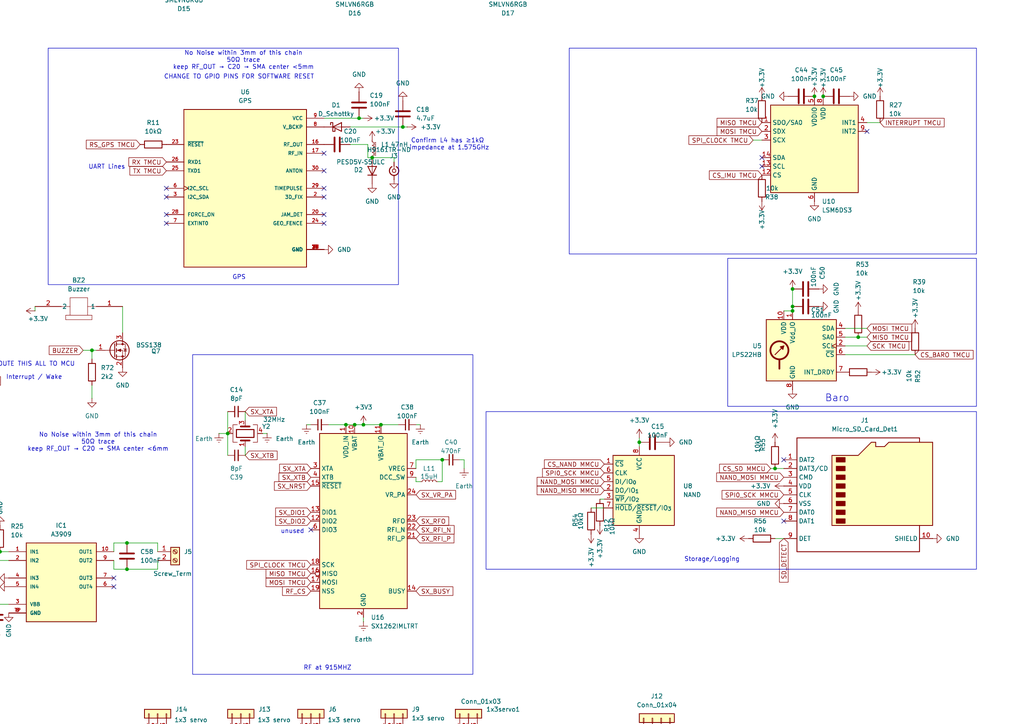
<source format=kicad_sch>
(kicad_sch (version 20250114) (generator "eeschema") (generator_version "9.0")
  (paper "A4")
  (rectangle (start 55.88 102.87) (end 137.16 195.58))
  (rectangle (start 211.074 74.93) (end 283.21 117.856))
  (rectangle (start 140.97 119.38) (end 283.21 165.1))
  (rectangle (start 165.1 13.97) (end 283.21 73.66))
  (rectangle (start 13.97 13.97) (end 115.57 82.55))
  (text "Motor Dir" (at -17.018 162.814 0) (effects (font (size 1.27 1.27))))
  (text "GPS" (at 69.342 80.518 0) (effects (font (size 1.27 1.27))))
  (text "UART Lines" (at 30.988 48.514 0) (effects (font (size 1.27 1.27))))
  (text "C4's ground connects to a low-impedance \nground plane with a via right at the pad." (at -52.832 65.024 0) (effects (font (size 1.27 1.27))))
  (text "Storage/Logging" (at 206.502 162.306 0) (effects (font (size 1.27 1.27))))
  (text "unused" (at 84.836 154.178 0) (effects (font (size 1.27 1.27))))
  (text "CHANGE TO GPIO PINS FOR SOFTWARE RESET" (at 69.342 22.352 0) (effects (font (size 1.27 1.27))))
  (text "ROUTE THIS ALL TO MCU" (at 9.906 105.664 0) (effects (font (size 1.27 1.27))))
  (text "Baro" (at 242.824 115.57 0) (effects (font (size 2.032 2.032))))
  (text "Confirm L4 has ≥1 kΩ \nimpedance at 1.575 GHz" (at 130.302 41.91 0) (effects (font (size 1.27 1.27))))
  (text "Interrupt / Wake" (at 9.906 109.474 0) (effects (font (size 1.27 1.27))))
  (text "No Noise within 3mm of this chain\n50 Ω trace\nkeep RF_OUT → C20 → SMA center < 6 mm" (at 28.448 128.27 0) (effects (font (size 1.27 1.27))))
  (text "RF Frontend" (at -103.124 206.756 0) (effects (font (size 1.27 1.27))))
  (text "RF at 915MHZ" (at 94.996 193.802 0) (effects (font (size 1.27 1.27))))
  (text "No Noise within 3mm of this chain\n50 Ω trace\nkeep RF_OUT → C20 → SMA center < 5 mm" (at 70.612 17.526 0) (effects (font (size 1.27 1.27))))
  (junction (at -83.82 90.17))
  (junction (at 224.79 135.89))
  (junction (at 238.76 27.94))
  (junction (at 38.1 278.13))
  (junction (at 26.67 101.6))
  (junction (at -99.06 223.52))
  (junction (at -27.94 104.14))
  (junction (at 248.92 97.79))
  (junction (at -29.21 201.93))
  (junction (at -25.4 134.62))
  (junction (at 135.89 -10.16))
  (junction (at 91.44 -15.24))
  (junction (at 229.87 88.9))
  (junction (at 41.91 -16.51))
  (junction (at 36.83 165.1))
  (junction (at 66.04 125.73))
  (junction (at 110.49 123.19))
  (junction (at 36.83 157.48))
  (junction (at 104.14 34.29))
  (junction (at 91.44 -10.16))
  (junction (at 229.87 83.82))
  (junction (at 135.89 -15.24))
  (junction (at 128.27 133.35))
  (junction (at 38.1 266.7))
  (junction (at -25.4 83.82))
  (junction (at -27.94 109.22))
  (junction (at 107.95 45.72))
  (junction (at -25.4 86.36))
  (junction (at 74.93 276.86))
  (junction (at 74.93 265.43))
  (junction (at -15.24 91.44))
  (junction (at -2.54 162.56))
  (junction (at 185.42 128.27))
  (junction (at 0 160.02))
  (junction (at 100.33 123.19))
  (junction (at 229.87 90.17))
  (junction (at -29.21 209.55))
  (junction (at -88.9 134.62))
  (junction (at 105.41 123.19))
  (junction (at -1.27 175.26))
  (junction (at 236.22 27.94))
  (junction (at -90.17 218.44))
  (junction (at 41.91 -11.43))
  (junction (at 116.84 36.83))
  (junction (at 102.87 123.19))
  (no_connect (at -83.82 109.22))
  (no_connect (at -83.82 124.46))
  (no_connect (at -27.94 124.46))
  (no_connect (at 93.98 44.45))
  (no_connect (at -83.82 86.36))
  (no_connect (at -83.82 99.06))
  (no_connect (at -83.82 127))
  (no_connect (at -83.82 121.92))
  (no_connect (at -83.82 111.76))
  (no_connect (at 227.33 151.13))
  (no_connect (at 48.26 64.77))
  (no_connect (at -83.82 81.28))
  (no_connect (at -27.94 132.08))
  (no_connect (at 220.98 48.26))
  (no_connect (at 93.98 54.61))
  (no_connect (at -83.82 104.14))
  (no_connect (at -83.82 83.82))
  (no_connect (at -83.82 93.98))
  (no_connect (at 220.98 45.72))
  (no_connect (at -27.94 111.76))
  (no_connect (at -83.82 101.6))
  (no_connect (at 227.33 133.35))
  (no_connect (at 48.26 62.23))
  (no_connect (at 33.02 167.64))
  (no_connect (at 93.98 49.53))
  (no_connect (at -27.94 129.54))
  (no_connect (at 93.98 57.15))
  (no_connect (at 93.98 64.77))
  (no_connect (at 33.02 170.18))
  (no_connect (at -83.82 129.54))
  (no_connect (at 48.26 57.15))
  (no_connect (at 90.17 153.67))
  (no_connect (at -83.82 116.84))
  (no_connect (at 93.98 62.23))
  (no_connect (at -83.82 96.52))
  (no_connect (at 48.26 54.61))
  (no_connect (at -83.82 106.68))
  (no_connect (at -83.82 132.08))
  (no_connect (at -83.82 119.38))
  (no_connect (at -27.94 127))
  (no_connect (at 251.46 38.1))
  (wire (pts (xy 102.87 123.19) (xy 100.33 123.19)))
  (wire (pts (xy 106.68 45.72) (xy 107.95 45.72)))
  (wire (pts (xy 91.44 -15.24) (xy 91.44 -10.16)))
  (wire (pts (xy -30.48 224.79) (xy -20.32 224.79)))
  (wire (pts (xy 67.31 265.43) (xy 74.93 265.43)))
  (wire (pts (xy 185.42 127) (xy 185.42 128.27)))
  (wire (pts (xy 134.62 133.35) (xy 134.62 135.89)))
  (wire (pts (xy -43.18 214.63) (xy -43.18 209.55)))
  (wire (pts (xy 77.47 265.43) (xy 77.47 266.7)))
  (wire (pts (xy 223.52 135.89) (xy 224.79 135.89)))
  (wire (pts (xy -43.18 209.55) (xy -29.21 209.55)))
  (wire (pts (xy 101.6 36.83) (xy 116.84 36.83)))
  (wire (pts (xy 71.12 276.86) (xy 67.31 280.67)))
  (wire (pts (xy 105.41 123.19) (xy 102.87 123.19)))
  (wire (pts (xy 38.1 266.7) (xy 38.1 267.97)))
  (wire (pts (xy 251.46 95.25) (xy 245.11 95.25)))
  (wire (pts (xy 45.72 212.09) (xy 45.72 222.25)))
  (wire (pts (xy 224.79 156.21) (xy 227.33 156.21)))
  (wire (pts (xy 10.16 88.9) (xy 10.16 90.17)))
  (wire (pts (xy 80.01 262.89) (xy 77.47 265.43)))
  (wire (pts (xy 106.68 45.72) (xy 106.68 41.91)))
  (wire (pts (xy 105.41 34.29) (xy 104.14 34.29)))
  (wire (pts (xy 41.91 -16.51) (xy 41.91 -11.43)))
  (wire (pts (xy 229.87 88.9) (xy 229.87 90.17)))
  (wire (pts (xy -83.82 90.17) (xy -83.82 88.9)))
  (wire (pts (xy -29.21 201.93) (xy -20.32 201.93)))
  (wire (pts (xy -22.86 110.49) (xy -27.94 110.49)))
  (wire (pts (xy 26.67 101.6) (xy 27.94 101.6)))
  (wire (pts (xy 41.91 -6.35) (xy 48.26 -6.35)))
  (wire (pts (xy 36.83 157.48) (xy 45.72 157.48)))
  (wire (pts (xy -99.06 223.52) (xy -90.17 223.52)))
  (wire (pts (xy -27.94 88.9) (xy -25.4 88.9)))
  (wire (pts (xy 90.17 222.25) (xy 90.17 212.09)))
  (wire (pts (xy 255.27 35.56) (xy 251.46 35.56)))
  (wire (pts (xy -55.88 232.41) (xy -58.42 232.41)))
  (wire (pts (xy -8.89 175.26) (xy -1.27 175.26)))
  (wire (pts (xy -43.18 245.11) (xy -43.18 240.03)))
  (wire (pts (xy -58.42 232.41) (xy -58.42 231.14)))
  (wire (pts (xy 251.46 100.33) (xy 245.11 100.33)))
  (wire (pts (xy 120.65 133.35) (xy 120.65 135.89)))
  (wire (pts (xy 80.01 256.54) (xy 80.01 262.89)))
  (wire (pts (xy 97.79 -10.16) (xy 91.44 -10.16)))
  (wire (pts (xy 24.13 101.6) (xy 26.67 101.6)))
  (wire (pts (xy -27.94 81.28) (xy -25.4 81.28)))
  (wire (pts (xy 41.91 -20.32) (xy 41.91 -16.51)))
  (wire (pts (xy -15.24 91.44) (xy -11.43 91.44)))
  (wire (pts (xy 38.1 279.4) (xy 38.1 278.13)))
  (wire (pts (xy 120.65 123.19) (xy 121.92 123.19)))
  (wire (pts (xy 133.35 133.35) (xy 134.62 133.35)))
  (wire (pts (xy -27.94 86.36) (xy -25.4 86.36)))
  (wire (pts (xy 91.44 -10.16) (xy 91.44 -5.08)))
  (wire (pts (xy 127 139.7) (xy 128.27 139.7)))
  (wire (pts (xy 41.91 -11.43) (xy 41.91 -6.35)))
  (wire (pts (xy -24.13 83.82) (xy -25.4 83.82)))
  (wire (pts (xy 105.41 123.19) (xy 110.49 123.19)))
  (wire (pts (xy -2.54 162.56) (xy 2.54 162.56)))
  (wire (pts (xy -25.4 81.28) (xy -25.4 83.82)))
  (wire (pts (xy -58.42 227.33) (xy -58.42 228.6)))
  (wire (pts (xy 74.93 276.86) (xy 71.12 276.86)))
  (wire (pts (xy 135.89 -10.16) (xy 135.89 -5.08)))
  (wire (pts (xy -27.94 101.6) (xy -19.05 101.6)))
  (wire (pts (xy 63.5 125.73) (xy 66.04 125.73)))
  (wire (pts (xy -27.94 104.14) (xy -27.94 105.41)))
  (wire (pts (xy 227.33 90.17) (xy 229.87 90.17)))
  (wire (pts (xy 71.12 119.38) (xy 71.12 121.92)))
  (wire (pts (xy 114.3 46.99) (xy 114.3 45.72)))
  (wire (pts (xy -25.4 83.82) (xy -25.4 86.36)))
  (wire (pts (xy 265.43 102.87) (xy 245.11 102.87)))
  (wire (pts (xy 171.45 147.32) (xy 175.26 147.32)))
  (wire (pts (xy 33.02 165.1) (xy 33.02 162.56)))
  (wire (pts (xy 105.41 180.34) (xy 105.41 179.07)))
  (wire (pts (xy -95.25 134.62) (xy -88.9 134.62)))
  (wire (pts (xy 72.39 287.02) (xy 74.93 287.02)))
  (wire (pts (xy 93.98 34.29) (xy 104.14 34.29)))
  (wire (pts (xy 69.85 222.25) (xy 69.85 212.09)))
  (wire (pts (xy -87.63 90.17) (xy -83.82 90.17)))
  (wire (pts (xy -1.27 175.26) (xy 2.54 175.26)))
  (wire (pts (xy -27.94 105.41) (xy -24.13 105.41)))
  (wire (pts (xy 74.93 254) (xy 72.39 256.54)))
  (wire (pts (xy 224.79 135.89) (xy 227.33 135.89)))
  (wire (pts (xy 218.44 40.64) (xy 220.98 40.64)))
  (wire (pts (xy -20.32 91.44) (xy -15.24 91.44)))
  (wire (pts (xy -20.32 201.93) (xy -20.32 224.79)))
  (wire (pts (xy -36.83 245.11) (xy -43.18 245.11)))
  (wire (pts (xy -13.97 229.87) (xy -7.62 229.87)))
  (wire (pts (xy 36.83 165.1) (xy 45.72 165.1)))
  (wire (pts (xy 173.99 144.78) (xy 175.26 144.78)))
  (wire (pts (xy 142.24 -15.24) (xy 135.89 -15.24)))
  (wire (pts (xy -29.21 201.93) (xy -29.21 204.47)))
  (wire (pts (xy 72.39 256.54) (xy 72.39 262.89)))
  (wire (pts (xy 72.39 289.56) (xy 72.39 287.02)))
  (wire (pts (xy -88.9 134.62) (xy -83.82 134.62)))
  (wire (pts (xy 248.92 97.79) (xy 245.11 97.79)))
  (wire (pts (xy 40.64 266.7) (xy 40.64 267.97)))
  (wire (pts (xy 77.47 125.73) (xy 76.2 125.73)))
  (wire (pts (xy -25.4 134.62) (xy -27.94 134.62)))
  (wire (pts (xy -27.94 110.49) (xy -27.94 109.22)))
  (wire (pts (xy 120.65 139.7) (xy 120.65 138.43)))
  (wire (pts (xy 26.67 111.76) (xy 26.67 115.57)))
  (wire (pts (xy 97.79 -15.24) (xy 91.44 -15.24)))
  (wire (pts (xy 71.12 132.08) (xy 71.12 129.54)))
  (wire (pts (xy 33.02 165.1) (xy 36.83 165.1)))
  (wire (pts (xy -81.28 228.6) (xy -81.28 223.52)))
  (wire (pts (xy 88.9 123.19) (xy 90.17 123.19)))
  (wire (pts (xy 30.48 266.7) (xy 38.1 266.7)))
  (wire (pts (xy 95.25 123.19) (xy 100.33 123.19)))
  (wire (pts (xy 128.27 139.7) (xy 128.27 133.35)))
  (wire (pts (xy 91.44 -5.08) (xy 97.79 -5.08)))
  (wire (pts (xy 114.3 222.25) (xy 114.3 212.09)))
  (wire (pts (xy 74.93 287.02) (xy 74.93 285.75)))
  (wire (pts (xy 91.44 -19.05) (xy 91.44 -15.24)))
  (wire (pts (xy 185.42 128.27) (xy 185.42 129.54)))
  (wire (pts (xy 116.84 36.83) (xy 118.11 36.83)))
  (wire (pts (xy -5.08 160.02) (xy 0 160.02)))
  (wire (pts (xy -41.91 201.93) (xy -34.29 201.93)))
  (wire (pts (xy 120.65 133.35) (xy 128.27 133.35)))
  (wire (pts (xy 0 160.02) (xy 2.54 160.02)))
  (wire (pts (xy -78.74 228.6) (xy -81.28 228.6)))
  (wire (pts (xy 26.67 101.6) (xy 26.67 104.14)))
  (wire (pts (xy 38.1 278.13) (xy 34.29 278.13)))
  (wire (pts (xy 120.65 139.7) (xy 121.92 139.7)))
  (wire (pts (xy -90.17 218.44) (xy -81.28 218.44)))
  (wire (pts (xy 35.56 88.9) (xy 35.56 96.52)))
  (wire (pts (xy -5.08 162.56) (xy -2.54 162.56)))
  (wire (pts (xy 38.1 288.29) (xy 38.1 287.02)))
  (wire (pts (xy 72.39 262.89) (xy 74.93 265.43)))
  (wire (pts (xy -83.82 90.17) (xy -83.82 91.44)))
  (wire (pts (xy 229.87 83.82) (xy 229.87 88.9)))
  (wire (pts (xy -27.94 83.82) (xy -25.4 83.82)))
  (wire (pts (xy -25.4 86.36) (xy -25.4 88.9)))
  (wire (pts (xy 45.72 157.48) (xy 45.72 160.02)))
  (wire (pts (xy 74.93 278.13) (xy 74.93 276.86)))
  (wire (pts (xy -68.58 240.03) (xy -68.58 238.76)))
  (wire (pts (xy 135.89 -15.24) (xy 135.89 -10.16)))
  (wire (pts (xy 33.02 157.48) (xy 33.02 160.02)))
  (wire (pts (xy 135.89 222.25) (xy 135.89 212.09)))
  (wire (pts (xy 48.26 -11.43) (xy 41.91 -11.43)))
  (wire (pts (xy -99.06 218.44) (xy -90.17 218.44)))
  (wire (pts (xy 48.26 -16.51) (xy 41.91 -16.51)))
  (wire (pts (xy 115.57 123.19) (xy 110.49 123.19)))
  (wire (pts (xy 107.95 45.72) (xy 114.3 45.72)))
  (wire (pts (xy 106.68 41.91) (xy 101.6 41.91)))
  (wire (pts (xy 66.04 125.73) (xy 66.04 132.08)))
  (wire (pts (xy -10.16 110.49) (xy -15.24 110.49)))
  (wire (pts (xy 74.93 265.43) (xy 74.93 266.7)))
  (wire (pts (xy -55.88 227.33) (xy -58.42 227.33)))
  (wire (pts (xy 77.47 254) (xy 80.01 256.54)))
  (wire (pts (xy 34.29 278.13) (xy 30.48 281.94)))
  (wire (pts (xy -21.59 134.62) (xy -25.4 134.62)))
  (wire (pts (xy -19.05 229.87) (xy -30.48 229.87)))
  (wire (pts (xy 135.89 -5.08) (xy 142.24 -5.08)))
  (wire (pts (xy -29.21 210.82) (xy -29.21 209.55)))
  (wire (pts (xy 33.02 157.48) (xy 36.83 157.48)))
  (wire (pts (xy 251.46 97.79) (xy 248.92 97.79)))
  (wire (pts (xy 66.04 119.38) (xy 66.04 125.73)))
  (wire (pts (xy 45.72 165.1) (xy 45.72 162.56)))
  (wire (pts (xy 142.24 -10.16) (xy 135.89 -10.16)))
  (global_label "I2C0_SDA" (shape input) (at -27.94 121.92 0) (property "Intersheetrefs" "${INTERSHEET_REFS}" (effects (hide yes))))
  (global_label "SPI0_SCK MMCU" (shape input) (at 175.26 137.16 180) (property "Intersheetrefs" "${INTERSHEET_REFS}" (effects (hide yes))))
  (global_label "3G" (shape input) (at 160.02 -10.16 0) (property "Intersheetrefs" "${INTERSHEET_REFS}" (effects (hide yes))))
  (global_label "CS_SD MMCU" (shape input) (at 223.52 135.89 180) (property "Intersheetrefs" "${INTERSHEET_REFS}" (effects (hide yes))))
  (global_label "BGM_INT" (shape input) (at -10.16 110.49 0) (property "Intersheetrefs" "${INTERSHEET_REFS}" (effects (hide yes))))
  (global_label "2R" (shape input) (at 115.57 -15.24 0) (property "Intersheetrefs" "${INTERSHEET_REFS}" (effects (hide yes))))
  (global_label "SX_NRST" (shape input) (at 90.17 140.97 180) (property "Intersheetrefs" "${INTERSHEET_REFS}" (effects (hide yes))))
  (global_label "SX_XTB" (shape input) (at 71.12 132.08 0) (property "Intersheetrefs" "${INTERSHEET_REFS}" (effects (hide yes))))
  (global_label "SX_RFI_P" (shape input) (at 120.65 156.21 0) (property "Intersheetrefs" "${INTERSHEET_REFS}" (effects (hide yes))))
  (global_label "SX_DIO2" (shape input) (at 90.17 151.13 180) (property "Intersheetrefs" "${INTERSHEET_REFS}" (effects (hide yes))))
  (global_label "mosfet2_signalfire" (shape input) (at 82.55 279.4 270) (property "Intersheetrefs" "${INTERSHEET_REFS}" (effects (hide yes))))
  (global_label "2G" (shape input) (at 115.57 -10.16 0) (property "Intersheetrefs" "${INTERSHEET_REFS}" (effects (hide yes))))
  (global_label "BGM_CS" (shape input) (at -27.94 114.3 0) (property "Intersheetrefs" "${INTERSHEET_REFS}" (effects (hide yes))))
  (global_label "mosfet3_signal" (shape input) (at 97.79 234.95 270) (property "Intersheetrefs" "${INTERSHEET_REFS}" (effects (hide yes))))
  (global_label "PWM1" (shape input) (at -5.08 160.02 180) (property "Intersheetrefs" "${INTERSHEET_REFS}" (effects (hide yes))))
  (global_label "SX_RFI_N" (shape input) (at -78.74 231.14 180) (property "Intersheetrefs" "${INTERSHEET_REFS}" (effects (hide yes))))
  (global_label "INTERRUPT TMCU" (shape input) (at 255.27 35.56 0) (property "Intersheetrefs" "${INTERSHEET_REFS}" (effects (hide yes))))
  (global_label "SPI_CLOCK TMCU" (shape input) (at 218.44 40.64 180) (property "Intersheetrefs" "${INTERSHEET_REFS}" (effects (hide yes))))
  (global_label "RX TMCU" (shape input) (at 48.26 46.99 180) (property "Intersheetrefs" "${INTERSHEET_REFS}" (effects (hide yes))))
  (global_label "2B" (shape input) (at 115.57 -5.08 0) (property "Intersheetrefs" "${INTERSHEET_REFS}" (effects (hide yes))))
  (global_label "MOSI TMCU" (shape input) (at 90.17 168.91 180) (property "Intersheetrefs" "${INTERSHEET_REFS}" (effects (hide yes))))
  (global_label "SERVO1" (shape input) (at 43.18 212.09 270) (property "Intersheetrefs" "${INTERSHEET_REFS}" (effects (hide yes))))
  (global_label "3B" (shape input) (at 160.02 -5.08 0) (property "Intersheetrefs" "${INTERSHEET_REFS}" (effects (hide yes))))
  (global_label "CS_BARO TMCU" (shape input) (at 265.43 102.87 0) (property "Intersheetrefs" "${INTERSHEET_REFS}" (effects (hide yes))))
  (global_label "SX_RFO" (shape input) (at -81.28 228.6 180) (property "Intersheetrefs" "${INTERSHEET_REFS}" (effects (hide yes))))
  (global_label "SX_XTB" (shape input) (at 90.17 138.43 180) (property "Intersheetrefs" "${INTERSHEET_REFS}" (effects (hide yes))))
  (global_label "DIR1" (shape input) (at -5.08 162.56 180) (property "Intersheetrefs" "${INTERSHEET_REFS}" (effects (hide yes))))
  (global_label "mosfet2_signal" (shape input) (at 77.47 234.95 270) (property "Intersheetrefs" "${INTERSHEET_REFS}" (effects (hide yes))))
  (global_label "RS_GPS TMCU" (shape input) (at 40.64 41.91 180) (property "Intersheetrefs" "${INTERSHEET_REFS}" (effects (hide yes))))
  (global_label "BUZZER" (shape input) (at 24.13 101.6 180) (property "Intersheetrefs" "${INTERSHEET_REFS}" (effects (hide yes))))
  (global_label "SERVO5" (shape input) (at 133.35 212.09 270) (property "Intersheetrefs" "${INTERSHEET_REFS}" (effects (hide yes))))
  (global_label "SPI_CLOCK TMCU" (shape input) (at 90.17 163.83 180) (property "Intersheetrefs" "${INTERSHEET_REFS}" (effects (hide yes))))
  (global_label "NAND_MOSI MMCU" (shape input) (at 227.33 138.43 180) (property "Intersheetrefs" "${INTERSHEET_REFS}" (effects (hide yes))))
  (global_label "SWCLK DMCU-1" (shape input) (at -27.94 116.84 0) (property "Intersheetrefs" "${INTERSHEET_REFS}" (effects (hide yes))))
  (global_label "3R" (shape input) (at 160.02 -15.24 0) (property "Intersheetrefs" "${INTERSHEET_REFS}" (effects (hide yes))))
  (global_label "CS_NAND MMCU" (shape input) (at 175.26 134.62 180) (property "Intersheetrefs" "${INTERSHEET_REFS}" (effects (hide yes))))
  (global_label "MOSI TMCU" (shape input) (at 251.46 95.25 0) (property "Intersheetrefs" "${INTERSHEET_REFS}" (effects (hide yes))))
  (global_label "SERVO2" (shape input) (at 67.31 212.09 270) (property "Intersheetrefs" "${INTERSHEET_REFS}" (effects (hide yes))))
  (global_label "NAND_MISO MMCU" (shape input) (at 227.33 148.59 180) (property "Intersheetrefs" "${INTERSHEET_REFS}" (effects (hide yes))))
  (global_label "NAND_MOSI MMCU" (shape input) (at 175.26 139.7 180) (property "Intersheetrefs" "${INTERSHEET_REFS}" (effects (hide yes))))
  (global_label "SERVO3" (shape input) (at 87.63 212.09 270) (property "Intersheetrefs" "${INTERSHEET_REFS}" (effects (hide yes))))
  (global_label "SX_RFI_P" (shape input) (at -78.74 233.68 180) (property "Intersheetrefs" "${INTERSHEET_REFS}" (effects (hide yes))))
  (global_label "MISO TMCU" (shape input) (at 220.98 35.56 180) (property "Intersheetrefs" "${INTERSHEET_REFS}" (effects (hide yes))))
  (global_label "SD_DETECT" (shape input) (at 227.33 156.21 270) (property "Intersheetrefs" "${INTERSHEET_REFS}" (effects (hide yes))))
  (global_label "SX_BUSY" (shape input) (at 120.65 171.45 0) (property "Intersheetrefs" "${INTERSHEET_REFS}" (effects (hide yes))))
  (global_label "BGM_RESET" (shape input) (at -16.51 105.41 0) (property "Intersheetrefs" "${INTERSHEET_REFS}" (effects (hide yes))))
  (global_label "SX_DIO2" (shape input) (at -41.91 201.93 180) (property "Intersheetrefs" "${INTERSHEET_REFS}" (effects (hide yes))))
  (global_label "CAM_RX" (shape input) (at 191.77 213.36 270) (property "Intersheetrefs" "${INTERSHEET_REFS}" (effects (hide yes))))
  (global_label "SERVO4" (shape input) (at 111.76 212.09 270) (property "Intersheetrefs" "${INTERSHEET_REFS}" (effects (hide yes))))
  (global_label "SCK TMCU" (shape input) (at 251.46 100.33 0) (property "Intersheetrefs" "${INTERSHEET_REFS}" (effects (hide yes))))
  (global_label "NAND_MISO MMCU" (shape input) (at 175.26 142.24 180) (property "Intersheetrefs" "${INTERSHEET_REFS}" (effects (hide yes))))
  (global_label "SPI0_SCK MMCU" (shape input) (at 227.33 143.51 180) (property "Intersheetrefs" "${INTERSHEET_REFS}" (effects (hide yes))))
  (global_label "RF_CS" (shape input) (at 90.17 171.45 180) (property "Intersheetrefs" "${INTERSHEET_REFS}" (effects (hide yes))))
  (global_label "1B" (shape input) (at 66.04 -6.35 0) (property "Intersheetrefs" "${INTERSHEET_REFS}" (effects (hide yes))))
  (global_label "1G" (shape input) (at 66.04 -11.43 0) (property "Intersheetrefs" "${INTERSHEET_REFS}" (effects (hide yes))))
  (global_label "CS_IMU TMCU" (shape input) (at 220.98 50.8 180) (property "Intersheetrefs" "${INTERSHEET_REFS}" (effects (hide yes))))
  (global_label "I2C0_SCL" (shape input) (at -27.94 119.38 0) (property "Intersheetrefs" "${INTERSHEET_REFS}" (effects (hide yes))))
  (global_label "mosfet4_signal" (shape input) (at 121.92 234.95 270) (property "Intersheetrefs" "${INTERSHEET_REFS}" (effects (hide yes))))
  (global_label "SX_VR_PA" (shape input) (at -99.06 218.44 180) (property "Intersheetrefs" "${INTERSHEET_REFS}" (effects (hide yes))))
  (global_label "TX TMCU" (shape input) (at 48.26 49.53 180) (property "Intersheetrefs" "${INTERSHEET_REFS}" (effects (hide yes))))
  (global_label "SX_XTA" (shape input) (at 71.12 119.38 0) (property "Intersheetrefs" "${INTERSHEET_REFS}" (effects (hide yes))))
  (global_label "MISO TMCU" (shape input) (at 90.17 166.37 180) (property "Intersheetrefs" "${INTERSHEET_REFS}" (effects (hide yes))))
  (global_label "SX_XTA" (shape input) (at 90.17 135.89 180) (property "Intersheetrefs" "${INTERSHEET_REFS}" (effects (hide yes))))
  (global_label "CAM_TX" (shape input) (at 194.31 213.36 270) (property "Intersheetrefs" "${INTERSHEET_REFS}" (effects (hide yes))))
  (global_label "mosfet1_signalfire" (shape input) (at 45.72 280.67 270) (property "Intersheetrefs" "${INTERSHEET_REFS}" (effects (hide yes))))
  (global_label "SX_RFI_N" (shape input) (at 120.65 153.67 0) (property "Intersheetrefs" "${INTERSHEET_REFS}" (effects (hide yes))))
  (global_label "mosfet1_signal" (shape input) (at 53.34 234.95 270) (property "Intersheetrefs" "${INTERSHEET_REFS}" (effects (hide yes))))
  (global_label "MOSI TMCU" (shape input) (at 220.98 38.1 180) (property "Intersheetrefs" "${INTERSHEET_REFS}" (effects (hide yes))))
  (global_label "SX_DIO1" (shape input) (at 90.17 148.59 180) (property "Intersheetrefs" "${INTERSHEET_REFS}" (effects (hide yes))))
  (global_label "mosfet5_signal" (shape input) (at 143.51 234.95 270) (property "Intersheetrefs" "${INTERSHEET_REFS}" (effects (hide yes))))
  (global_label "SX_VR_PA" (shape input) (at 120.65 143.51 0) (property "Intersheetrefs" "${INTERSHEET_REFS}" (effects (hide yes))))
  (global_label "1R" (shape input) (at 66.04 -16.51 0) (property "Intersheetrefs" "${INTERSHEET_REFS}" (effects (hide yes))))
  (global_label "MISO TMCU" (shape input) (at 251.46 97.79 0) (property "Intersheetrefs" "${INTERSHEET_REFS}" (effects (hide yes))))
  (global_label "SX_RFO" (shape input) (at 120.65 151.13 0) (property "Intersheetrefs" "${INTERSHEET_REFS}" (effects (hide yes))))
  (symbol (lib_id "power:+3.3V") (at -27.94 104.14 270) (unit 1)
    (property "Reference" "#PWR018" (effects (hide yes)))
    (property "Value" "+3.3V" (at -29.21 102.362 90) (effects (justify left)))
    (property "Description" "Power symbol creates a global label with name \"+3.3V\"" (effects (hide yes)))
  )
  (symbol (lib_id "power:GND") (at 227.33 146.05 270) (unit 1)
    (property "Reference" "#PWR068" (effects (hide yes)))
    (property "Value" "GND" (at 223.52 146.0499 90) (effects (justify right)))
    (property "Description" "Power symbol creates a global label with name \"GND\" , ground" (effects (hide yes)))
  )
  (symbol (lib_id "power:GND") (at 35.56 106.68 0) (unit 1)
    (property "Reference" "#PWR0121" (effects (hide yes)))
    (property "Value" "GND" (at 35.56 111.76 0))
    (property "Description" "Power symbol creates a global label with name \"GND\" , ground" (effects (hide yes)))
  )
  (symbol (lib_id "power:GND") (at 114.3 52.07 0) (unit 1)
    (property "Reference" "#PWR028" (effects (hide yes)))
    (property "Value" "GND" (at 114.3 57.15 0))
    (property "Description" "Power symbol creates a global label with name \"GND\" , ground" (effects (hide yes)))
  )
  (symbol (lib_id "Device:R") (at -20.32 105.41 90) (unit 1)
    (property "Reference" "R1" (at -20.32 102.87 90))
    (property "Value" "10 kΩ" (at -20.32 105.41 90))
    (property "Footprint" "Resistor_SMD:R_0603_1608Metric" (effects (hide yes)))
    (property "Description" "Resistor" (effects (hide yes)))
  )
  (symbol (lib_id "power:GND") (at 270.51 156.21 90) (unit 1)
    (property "Reference" "#PWR069" (effects (hide yes)))
    (property "Value" "GND" (at 274.32 156.2099 90) (effects (justify right)))
    (property "Description" "Power symbol creates a global label with name \"GND\" , ground" (effects (hide yes)))
  )
  (symbol (lib_id "Device:C") (at -25.4 138.43 180) (unit 1)
    (property "Reference" "C2" (at -20.32 137.1599 0) (effects (justify right)))
    (property "Value" "100 nF" (at -20.32 139.6999 0) (effects (justify right)))
    (property "Footprint" "Capacitor_SMD:C_0603_1608Metric" (effects (hide yes)))
    (property "Description" "Unpolarized capacitor" (effects (hide yes)))
  )
  (symbol (lib_id "Device:L") (at -24.13 91.44 90) (unit 1)
    (property "Reference" "L3" (at -21.844 86.868 90))
    (property "Value" "3.9 nH" (at -21.844 89.408 90))
    (property "Footprint" "Inductor_SMD:L_0603_1608Metric" (effects (hide yes)))
    (property "Description" "Inductor" (effects (hide yes)))
  )
  (symbol (lib_id "Device:C_Small") (at -16.51 229.87 90) (unit 1)
    (property "Reference" "C49" (at -16.5037 224.79 90))
    (property "Value" "100pF" (at -16.5037 227.33 90))
    (property "Footprint" "Capacitor_SMD:C_0603_1608Metric" (effects (hide yes)))
    (property "Description" "Unpolarized capacitor, small symbol" (effects (hide yes)))
    (property "LCSC Part" "C14665" (effects (hide yes)))
  )
  (symbol (lib_id "power:GND") (at -6.35 91.44 90) (unit 1)
    (property "Reference" "#PWR021" (effects (hide yes)))
    (property "Value" "GND" (at -1.27 91.44 0))
    (property "Description" "Power symbol creates a global label with name \"GND\" , ground" (effects (hide yes)))
  )
  (symbol (lib_id "power:+3.3V") (at 248.92 90.17 0) (unit 1)
    (property "Reference" "#PWR0114" (effects (hide yes)))
    (property "Value" "+3.3V" (at 248.92 84.328 90))
    (property "Description" "Power symbol creates a global label with name \"+3.3V\"" (effects (hide yes)))
  )
  (symbol (lib_id "Filter:0900FM15K0039") (at -68.58 231.14 0) (unit 1) (in_bom no)
    (property "Reference" "FL1" (at -68.58 222.25 0))
    (property "Value" "0900FM15K0039" (at -68.58 224.79 0))
    (property "Footprint" "RF_Converter:Balun_Johanson_0900FM15K0039" (effects (hide yes)))
    (property "Datasheet" "https://www.johansontechnology.com/datasheets/0900FM15K0039/0900FM15K0039.pdf" (effects (hide yes)))
    (property "Description" "868MHz/915MHz Sub-GHz Impedance Matched Filter integrated passive for Semtech SX1261, SX1262, LLCC68" (effects (hide yes)))
    (property "LCSC Part" "C5224443" (effects (hide yes)))
  )
  (symbol (lib_id "power:GND") (at 2.54 177.8 0) (unit 1)
    (property "Reference" "#PWR082" (effects (hide yes)))
    (property "Value" "GND" (at 2.54 180.848 90) (effects (justify right)))
    (property "Description" "Power symbol creates a global label with name \"GND\" , ground" (effects (hide yes)))
  )
  (symbol (lib_id "power:+3V3") (at 105.41 123.19 0) (unit 1)
    (property "Reference" "#PWR0103" (effects (hide yes)))
    (property "Value" "+3V3" (at 105.41 118.11 0))
    (property "Description" "Power symbol creates a global label with name \"+3V3\"" (effects (hide yes)))
  )
  (symbol (lib_id "power:GND") (at 135.89 -15.24 180) (unit 1)
    (property "Reference" "#PWR0221" (effects (hide yes)))
    (property "Value" "GND" (at 135.89 -20.32 0))
    (property "Description" "Power symbol creates a global label with name \"GND\" , ground" (effects (hide yes)))
  )
  (symbol (lib_id "Connector:Conn_Coaxial_Small") (at 114.3 49.53 270) (unit 1)
    (property "Reference" "J3" (at 113.03 45.212 90) (effects (justify left)))
    (property "Value" "H9161TR-ND" (at 106.426 43.434 90) (effects (justify left)))
    (property "Footprint" "U.FL-R-SMT_01_:HRS_U.FL-R-SMT_01_" (effects (hide yes)))
    (property "Description" "small coaxial connector (BNC, SMA, SMB, SMC, Cinch/RCA, LEMO, ...)" (effects (hide yes)))
  )
  (symbol (lib_id "power:GND") (at -25.4 142.24 0) (unit 1)
    (property "Reference" "#PWR05" (effects (hide yes)))
    (property "Value" "GND" (at -25.4 147.32 0))
    (property "Description" "Power symbol creates a global label with name \"GND\" , ground" (effects (hide yes)))
  )
  (symbol (lib_id "power:GND") (at 138.43 212.09 0) (unit 1)
    (property "Reference" "#PWR0117" (effects (hide yes)))
    (property "Value" "GND" (at 138.4301 215.9 90) (effects (justify right)))
    (property "Description" "Power symbol creates a global label with name \"GND\" , ground" (effects (hide yes)))
  )
  (symbol (lib_id "Device:LED") (at 67.31 269.24 270) (unit 1)
    (property "Reference" "D4" (at 62.23 267.716 90) (effects (justify left)))
    (property "Value" "LED" (at 61.214 269.494 90) (effects (justify left)))
    (property "Footprint" "LED_SMD:LED_0603_1608Metric" (effects (hide yes)))
    (property "Description" "Light emitting diode" (effects (hide yes)))
    (property "Sim.Pins" "1=K 2=A" (effects (hide yes)))
  )
  (symbol (lib_id "RF_Switch_Extended:PE4259") (at -43.18 227.33 180) (unit 1)
    (property "Reference" "U17" (at -40.0619 212.09 0) (effects (justify right)))
    (property "Value" "PE4259" (at -40.0619 214.63 0) (effects (justify right)))
    (property "Footprint" "Package_TO_SOT_SMD:SOT-363_SC-70-6" (effects (hide yes)))
    (property "Datasheet" "https://lcsc.com/datasheet/lcsc_datasheet_2409301504_pSemi-PE4259-63_C470892.pdf" (effects (hide yes)))
    (property "Description" "SPDT DC-9GHz switch" (effects (hide yes)))
    (property "LCSC Part" " C470892" (effects (hide yes)))
  )
  (symbol (lib_id "power:+5V") (at -8.89 175.26 90) (unit 1)
    (property "Reference" "#PWR081" (effects (hide yes)))
    (property "Value" "+5V" (at -12.7 175.2599 90) (effects (justify left)))
    (property "Description" "Power symbol creates a global label with name \"+5V\"" (effects (hide yes)))
  )
  (symbol (lib_id "power:GND") (at 107.95 53.34 0) (unit 1)
    (property "Reference" "#PWR076" (effects (hide yes)))
    (property "Value" "GND" (at 107.95 58.42 0))
    (property "Description" "Power symbol creates a global label with name \"GND\" , ground" (effects (hide yes)))
  )
  (symbol (lib_id "power:Earth") (at 77.47 125.73 0) (unit 1)
    (property "Reference" "#PWR046" (effects (hide yes)))
    (property "Value" "Earth" (at 82.55 127.254 0))
    (property "Description" "Power symbol creates a global label with name \"Earth\"" (effects (hide yes)))
  )
  (symbol (lib_id "Device:R") (at -2.54 158.75 0) (unit 1)
    (property "Reference" "R24" (at -9.144 155.194 0) (effects (justify left)))
    (property "Value" "10k" (at -9.144 157.734 0) (effects (justify left)))
    (property "Footprint" "Resistor_SMD:R_0603_1608Metric" (effects (hide yes)))
    (property "Description" "Resistor" (effects (hide yes)))
  )
  (symbol (lib_id "power:GND") (at 2.54 170.18 270) (unit 1)
    (property "Reference" "#PWR0161" (effects (hide yes)))
    (property "Value" "GND" (at 0 170.1799 90) (effects (justify right)))
    (property "Description" "Power symbol creates a global label with name \"GND\" , ground" (effects (hide yes)))
  )
  (symbol (lib_id "Device:C") (at 242.57 27.94 270) (unit 1)
    (property "Reference" "C45" (at 242.57 20.32 90))
    (property "Value" "100nF" (at 242.57 22.86 90))
    (property "Footprint" "Capacitor_SMD:C_0603_1608Metric" (effects (hide yes)))
    (property "Description" "Unpolarized capacitor" (effects (hide yes)))
  )
  (symbol (lib_id "Transistor_FET:IRLML6402") (at 77.47 271.78 180) (unit 1)
    (property "Reference" "Q9" (at 71.12 270.5099 0) (effects (justify left)))
    (property "Value" "IRLML6402" (at 71.12 273.0499 0) (effects (justify left)))
    (property "Footprint" "Package_TO_SOT_SMD:SOT-23" (effects (hide yes)))
    (property "Datasheet" "https://www.infineon.com/dgdl/irlml6402pbf.pdf?fileId=5546d462533600a401535668d5c2263c" (effects (hide yes)))
    (property "Description" "-3.7A Id, -20V Vds, 65mOhm Rds, P-Channel HEXFET Power MOSFET, SOT-23" (effects (hide yes)))
  )
  (symbol (lib_id "Device:R_Small_US") (at -31.75 201.93 90) (unit 1)
    (property "Reference" "R8" (at -31.75 196.85 90))
    (property "Value" "100" (at -31.75 199.39 90))
    (property "Footprint" "Resistor_SMD:R_0603_1608Metric" (effects (hide yes)))
    (property "Description" "Resistor, small US symbol" (effects (hide yes)))
    (property "LCSC Part" "C105588" (effects (hide yes)))
  )
  (symbol (lib_id "power:Earth") (at 88.9 123.19 0) (unit 1)
    (property "Reference" "#PWR0104" (effects (hide yes)))
    (property "Value" "Earth" (at 88.9 128.27 0))
    (property "Description" "Power symbol creates a global label with name \"Earth\"" (effects (hide yes)))
  )
  (symbol (lib_id "power:+3.3V") (at 224.79 128.27 0) (unit 1)
    (property "Reference" "#PWR0128" (effects (hide yes)))
    (property "Value" "+3.3V" (at 224.7901 124.46 90) (effects (justify left)))
    (property "Description" "Power symbol creates a global label with name \"+3.3V\"" (effects (hide yes)))
  )
  (symbol (lib_id "power:GND") (at -87.63 90.17 270) (unit 1)
    (property "Reference" "#PWR015" (effects (hide yes)))
    (property "Value" "GND" (at -90.17 90.1699 90) (effects (justify right)))
    (property "Description" "Power symbol creates a global label with name \"GND\" , ground" (effects (hide yes)))
  )
  (symbol (lib_id "Device:L_Small") (at 124.46 139.7 90) (unit 1)
    (property "Reference" "L11" (at 124.46 135.89 90))
    (property "Value" "15uH" (at 124.46 138.176 90))
    (property "Footprint" "Inductor_SMD:L_0805_2012Metric" (effects (hide yes)))
    (property "Description" "Inductor, small symbol" (effects (hide yes)))
    (property "LCSC Part" "C383402" (effects (hide yes)))
  )
  (symbol (lib_id "Device:D") (at 107.95 49.53 90) (unit 1)
    (property "Reference" "D2" (at 102.616 49.276 90) (effects (justify right)))
    (property "Value" "PESD5V‑S5ULC" (at 97.536 46.99 90) (effects (justify right)))
    (property "Footprint" "Diode_SMD:D_0603_1608Metric" (effects (hide yes)))
    (property "Description" "Diode" (effects (hide yes)))
    (property "Sim.Device" "D" (effects (hide yes)))
    (property "Sim.Pins" "1=K 2=A" (effects (hide yes)))
  )
  (symbol (lib_id "power:GND") (at -2.54 154.94 180) (unit 1)
    (property "Reference" "#PWR084" (effects (hide yes)))
    (property "Value" "GND" (at -2.54 151.892 90) (effects (justify right)))
    (property "Description" "Power symbol creates a global label with name \"GND\" , ground" (effects (hide yes)))
  )
  (symbol (lib_id "Device:C_Small") (at 68.58 119.38 90) (unit 1)
    (property "Reference" "C14" (at 68.5863 113.03 90))
    (property "Value" "8pF" (at 68.5863 115.57 90))
    (property "Footprint" "Capacitor_SMD:C_0603_1608Metric" (effects (hide yes)))
    (property "Description" "Unpolarized capacitor, small symbol" (effects (hide yes)))
    (property "LCSC Part" "C327316" (effects (hide yes)))
  )
  (symbol (lib_id "power:Earth") (at -29.21 210.82 0) (unit 1)
    (property "Reference" "#PWR0101" (effects (hide yes)))
    (property "Value" "Earth" (at -24.638 212.598 0))
    (property "Description" "Power symbol creates a global label with name \"Earth\"" (effects (hide yes)))
  )
  (symbol (lib_id "power:GND") (at -7.62 234.95 0) (unit 1)
    (property "Reference" "#PWR080" (effects (hide yes)))
    (property "Value" "GND" (at -7.62 240.03 0))
    (property "Description" "Power symbol creates a global label with name \"GND\" , ground" (effects (hide yes)))
  )
  (symbol (lib_id "Connector_Generic:Conn_01x04") (at 189.23 208.28 90) (unit 1)
    (property "Reference" "J12" (at 190.5 201.93 90))
    (property "Value" "Conn_01x04" (at 190.5 204.47 90))
    (property "Footprint" "Connector_PinHeader_2.54mm:PinHeader_1x04_P2.54mm_Vertical" (effects (hide yes)))
    (property "Description" "Generic connector, single row, 01x04, script generated (kicad-library-utils/schlib/autogen/connector/)" (effects (hide yes)))
  )
  (symbol (lib_id "power:GND") (at 48.26 267.97 90) (unit 1)
    (property "Reference" "#PWR0176" (effects (hide yes)))
    (property "Value" "GND" (at 53.34 267.9699 90) (effects (justify right)))
    (property "Description" "Power symbol creates a global label with name \"GND\" , ground" (effects (hide yes)))
  )
  (symbol (lib_id "Transistor_FET:IRLML6402") (at 48.26 227.33 180) (unit 1)
    (property "Reference" "Q1" (at 41.91 226.0599 0) (effects (justify left)))
    (property "Value" "IRLML6402" (at 41.91 228.5999 0) (effects (justify left)))
    (property "Footprint" "Package_TO_SOT_SMD:SOT-23" (effects (hide yes)))
    (property "Datasheet" "https://www.infineon.com/dgdl/irlml6402pbf.pdf?fileId=5546d462533600a401535668d5c2263c" (effects (hide yes)))
    (property "Description" "-3.7A Id, -20V Vds, 65mOhm Rds, P-Channel HEXFET Power MOSFET, SOT-23" (effects (hide yes)))
  )
  (symbol (lib_id "LED:SMLVN6RGB") (at 102.87 -10.16 180) (unit 1)
    (property "Reference" "D16" (at 102.87 3.81 0))
    (property "Value" "SMLVN6RGB" (at 102.87 1.27 0))
    (property "Footprint" "LED_SMD:LED_ROHM_SMLVN6" (effects (hide yes)))
    (property "Datasheet" "https://www.rohm.com/datasheet/SMLVN6RGB1U" (effects (hide yes)))
    (property "Description" "High Brightness Tri-Color LED, RGB, 3.5x2.8mm" (effects (hide yes)))
  )
  (symbol (lib_id "power:+3.3V") (at 265.43 95.25 0) (unit 1)
    (property "Reference" "#PWR0112" (effects (hide yes)))
    (property "Value" "+3.3V" (at 265.43 89.408 90))
    (property "Description" "Power symbol creates a global label with name \"+3.3V\"" (effects (hide yes)))
  )
  (symbol (lib_id "Device:R") (at 62.23 -11.43 270) (unit 1)
    (property "Reference" "R88" (at 62.23 -11.43 90))
    (property "Value" "220" (at 62.23 -13.97 90))
    (property "Footprint" "Resistor_SMD:R_0603_1608Metric" (effects (hide yes)))
    (property "Description" "Resistor" (effects (hide yes)))
  )
  (symbol (lib_id "Connector:Screw_Terminal_01x02") (at 77.47 259.08 270) (unit 1)
    (property "Reference" "J20" (at 86.36 265.176 90) (effects (justify right)))
    (property "Value" "Screw_Terminal_01x02" (at 86.36 262.636 90) (effects (justify right)))
    (property "Footprint" "TerminalBlock_Phoenix:TerminalBlock_Phoenix_MPT-0,5-2-2.54_1x02_P2.54mm_Horizontal" (effects (hide yes)))
    (property "Description" "Generic screw terminal, single row, 01x02, script generated (kicad-library-utils/schlib/autogen/connector/)" (effects (hide yes)))
  )
  (symbol (lib_id "power:+3.3V") (at 171.45 154.94 180) (unit 1)
    (property "Reference" "#PWR0127" (effects (hide yes)))
    (property "Value" "+3.3V" (at 171.4499 158.75 90) (effects (justify left)))
    (property "Description" "Power symbol creates a global label with name \"+3.3V\"" (effects (hide yes)))
  )
  (symbol (lib_id "Device:D_Schottky") (at 97.79 36.83 0) (unit 1)
    (property "Reference" "D1" (at 97.4725 30.48 0))
    (property "Value" "D_Schottky" (at 97.4725 33.02 0))
    (property "Footprint" "Diode_SMD:D_0603_1608Metric" (effects (hide yes)))
    (property "Description" "Schottky diode" (effects (hide yes)))
  )
  (symbol (lib_id "power:+3.3V") (at 255.27 27.94 0) (unit 1)
    (property "Reference" "#PWR093" (effects (hide yes)))
    (property "Value" "+3.3V" (at 255.27 22.606 90))
    (property "Description" "Power symbol creates a global label with name \"+3.3V\"" (effects (hide yes)))
  )
  (symbol (lib_id "Device:C") (at -1.27 179.07 180) (unit 1)
    (property "Reference" "C23" (at -7.112 180.848 90))
    (property "Value" "100 nF" (at -4.826 181.864 90))
    (property "Footprint" "Capacitor_SMD:C_0603_1608Metric" (effects (hide yes)))
    (property "Description" "Unpolarized capacitor" (effects (hide yes)))
  )
  (symbol (lib_id "power:GND") (at 246.38 27.94 90) (unit 1)
    (property "Reference" "#PWR091" (effects (hide yes)))
    (property "Value" "GND" (at 250.19 27.9399 90) (effects (justify right)))
    (property "Description" "Power symbol creates a global label with name \"GND\" , ground" (effects (hide yes)))
  )
  (symbol (lib_id "Device:Crystal_GND24") (at 71.12 125.73 90) (unit 1)
    (property "Reference" "Y2" (at 77.216 123.698 90))
    (property "Value" "32MHz" (at 79.502 121.666 90))
    (property "Footprint" "Crystal:Crystal_SMD_3225-4Pin_3.2x2.5mm" (effects (hide yes)))
    (property "Description" "Four pin crystal, GND on pins 2 and 4" (effects (hide yes)))
    (property "LCSC Part" "C37635386" (effects (hide yes)))
  )
  (symbol (lib_id "Device:C") (at 36.83 161.29 0) (unit 1)
    (property "Reference" "C58" (at 40.64 160.0199 0) (effects (justify left)))
    (property "Value" "100nF" (at 40.64 162.5599 0) (effects (justify left)))
    (property "Footprint" "Capacitor_SMD:C_0603_1608Metric" (effects (hide yes)))
    (property "Description" "Unpolarized capacitor" (effects (hide yes)))
  )
  (symbol (lib_id "power:GND") (at 85.09 266.7 90) (unit 1)
    (property "Reference" "#PWR0178" (effects (hide yes)))
    (property "Value" "GND" (at 90.17 266.6999 90) (effects (justify right)))
    (property "Description" "Power symbol creates a global label with name \"GND\" , ground" (effects (hide yes)))
  )
  (symbol (lib_id "Device:L_Ferrite_Small") (at 107.95 43.18 0) (unit 1)
    (property "Reference" "L1" (at 110.49 41.9099 0) (effects (justify left)))
    (property "Value" "47 nH" (at 113.284 41.91 0) (effects (justify left)))
    (property "Footprint" "Inductor_SMD:L_0603_1608Metric" (effects (hide yes)))
    (property "Description" "Inductor with ferrite core, small symbol" (effects (hide yes)))
  )
  (symbol (lib_id "power:Earth") (at 63.5 125.73 0) (unit 1)
    (property "Reference" "#PWR034" (effects (hide yes)))
    (property "Value" "Earth" (at 59.182 127.254 0))
    (property "Description" "Power symbol creates a global label with name \"Earth\"" (effects (hide yes)))
  )
  (symbol (lib_id "power:+3V3") (at -36.83 245.11 0) (unit 1)
    (property "Reference" "#PWR0102" (effects (hide yes)))
    (property "Value" "+3V3" (at -36.83 240.03 0))
    (property "Description" "Power symbol creates a global label with name \"+3V3\"" (effects (hide yes)))
  )
  (symbol (lib_id "power:GND") (at 93.98 72.39 90) (unit 1)
    (property "Reference" "#PWR060" (effects (hide yes)))
    (property "Value" "GND" (at 97.79 72.3899 90) (effects (justify right)))
    (property "Description" "Power symbol creates a global label with name \"GND\" , ground" (effects (hide yes)))
  )
  (symbol (lib_id "power:+3.3V") (at 217.17 156.21 90) (unit 1)
    (property "Reference" "#PWR0129" (effects (hide yes)))
    (property "Value" "+3.3V" (at 213.36 156.2099 90) (effects (justify left)))
    (property "Description" "Power symbol creates a global label with name \"+3.3V\"" (effects (hide yes)))
  )
  (symbol (lib_id "power:+3.3V") (at 229.87 83.82 0) (unit 1)
    (property "Reference" "#PWR063" (effects (hide yes)))
    (property "Value" "+3.3V" (at 229.87 78.74 0))
    (property "Description" "Power symbol creates a global label with name \"+3.3V\"" (effects (hide yes)))
  )
  (symbol (lib_id "power:GND") (at 104.14 26.67 180) (unit 1)
    (property "Reference" "#PWR074" (effects (hide yes)))
    (property "Value" "GND" (at 104.14 21.59 0))
    (property "Description" "Power symbol creates a global label with name \"GND\" , ground" (effects (hide yes)))
  )
  (symbol (lib_id "Device:R") (at 74.93 281.94 180) (unit 1)
    (property "Reference" "R80" (at 77.216 280.67 0) (effects (justify right)))
    (property "Value" "10k" (at 77.216 283.21 0) (effects (justify right)))
    (property "Footprint" "Resistor_SMD:R_0603_1608Metric" (effects (hide yes)))
    (property "Description" "Resistor" (effects (hide yes)))
  )
  (symbol (lib_id "Device:R") (at 62.23 -6.35 270) (unit 1)
    (property "Reference" "R87" (at 62.23 -6.604 90))
    (property "Value" "220" (at 62.23 -8.636 90))
    (property "Footprint" "Resistor_SMD:R_0603_1608Metric" (effects (hide yes)))
    (property "Description" "Resistor" (effects (hide yes)))
  )
  (symbol (lib_id "Memory_Flash:W25Q128JVS") (at 185.42 142.24 0) (unit 1)
    (property "Reference" "U8" (at 198.12 140.9699 0) (effects (justify left)))
    (property "Value" "NAND" (at 198.12 143.5099 0) (effects (justify left)))
    (property "Footprint" "Package_SO:SOIC-8_5.3x5.3mm_P1.27mm" (effects (hide yes)))
    (property "Datasheet" "https://www.winbond.com/resource-files/w25q128jv_dtr%20revc%2003272018%20plus.pdf" (effects (hide yes)))
    (property "Description" "128Mbit / 16MiB Serial Flash Memory, Standard/Dual/Quad SPI, 2.7-3.6V, SOIC-8" (effects (hide yes)))
  )
  (symbol (lib_id "Device:R") (at 111.76 -5.08 270) (unit 1)
    (property "Reference" "R92" (at 111.76 -5.334 90))
    (property "Value" "220" (at 111.76 -7.366 90))
    (property "Footprint" "Resistor_SMD:R_0603_1608Metric" (effects (hide yes)))
    (property "Description" "Resistor" (effects (hide yes)))
  )
  (symbol (lib_id "power:GND") (at 193.04 128.27 90) (unit 1)
    (property "Reference" "#PWR0115" (effects (hide yes)))
    (property "Value" "GND" (at 196.85 128.2699 90) (effects (justify right)))
    (property "Description" "Power symbol creates a global label with name \"GND\" , ground" (effects (hide yes)))
  )
  (symbol (lib_id "Device:R") (at 67.31 276.86 0) (unit 1)
    (property "Reference" "R59" (at 58.674 275.336 0) (effects (justify left)))
    (property "Value" "1k" (at 58.674 277.876 0) (effects (justify left)))
    (property "Footprint" "Resistor_SMD:R_0603_1608Metric" (effects (hide yes)))
    (property "Description" "Resistor" (effects (hide yes)))
  )
  (symbol (lib_id "power:+3.3V") (at 107.95 40.64 0) (unit 1)
    (property "Reference" "#PWR077" (effects (hide yes)))
    (property "Value" "+3.3V" (at 111.76 38.1 0))
    (property "Description" "Power symbol creates a global label with name \"+3.3V\"" (effects (hide yes)))
  )
  (symbol (lib_id "Device:R") (at 224.79 132.08 0) (unit 1)
    (property "Reference" "R55" (at 221.234 129.032 90))
    (property "Value" "10kΩ" (at 219.71 128.778 90))
    (property "Footprint" "Resistor_SMD:R_0603_1608Metric" (effects (hide yes)))
    (property "Description" "Resistor" (effects (hide yes)))
  )
  (symbol (lib_id "Device:R") (at 121.92 231.14 180) (unit 1)
    (property "Reference" "R66" (at 124.46 229.8699 0) (effects (justify right)))
    (property "Value" "100" (at 124.46 232.4099 0) (effects (justify right)))
    (property "Footprint" "Resistor_SMD:R_0603_1608Metric" (effects (hide yes)))
    (property "Description" "Resistor" (effects (hide yes)))
  )
  (symbol (lib_id "Device:R") (at 111.76 -10.16 270) (unit 1)
    (property "Reference" "R91" (at 111.76 -10.16 90))
    (property "Value" "220" (at 111.76 -12.7 90))
    (property "Footprint" "Resistor_SMD:R_0603_1608Metric" (effects (hide yes)))
    (property "Description" "Resistor" (effects (hide yes)))
  )
  (symbol (lib_id "Sensor_Motion:LSM6DS3") (at 236.22 43.18 0) (unit 1)
    (property "Reference" "U10" (at 238.3633 58.42 0) (effects (justify left)))
    (property "Value" "LSM6DS3" (at 238.3633 60.96 0) (effects (justify left)))
    (property "Footprint" "Package_LGA:LGA-14_3x2.5mm_P0.5mm_LayoutBorder3x4y" (effects (hide yes)))
    (property "Datasheet" "https://www.st.com/resource/en/datasheet/lsm6ds3tr-c.pdf" (effects (hide yes)))
    (property "Description" "I2C/SPI, iNEMO inertial module: always-on 3D accelerometer and 3D gyroscope" (effects (hide yes)))
  )
  (symbol (lib_id "Device:C") (at 104.14 30.48 0) (unit 1)
    (property "Reference" "C19" (at 107.188 27.686 0) (effects (justify left)))
    (property "Value" "100nF" (at 107.188 30.226 0) (effects (justify left)))
    (property "Footprint" "Capacitor_SMD:C_0603_1608Metric" (effects (hide yes)))
    (property "Description" "Unpolarized capacitor" (effects (hide yes)))
  )
  (symbol (lib_id "A3909:A3909") (at 17.78 167.64 0) (unit 1)
    (property "Reference" "IC1" (at 17.78 152.4 0))
    (property "Value" "A3909" (at 17.78 154.94 0))
    (property "Footprint" "A3909:MSOP10-PAD" (effects (hide yes)))
    (property "MF" "Allegro MicroSystems, LLC" (effects (hide yes)))
    (property "Description_1" "Dual Full Bridge Motor Driver" (effects (hide yes)))
    (property "Package" "None" (effects (hide yes)))
    (property "Price" "None" (effects (hide yes)))
    (property "SnapEDA_Link" "https://www.snapeda.com/parts/A3909/Allegro/view-part/?ref=snap" (effects (hide yes)))
    (property "MP" "A3909" (effects (hide yes)))
    (property "Availability" "In Stock" (effects (hide yes)))
    (property "Check_prices" "https://www.snapeda.com/parts/A3909/Allegro/view-part/?ref=eda" (effects (hide yes)))
  )
  (symbol (lib_id "Device:R") (at 220.98 54.61 180) (unit 1)
    (property "Reference" "R38" (at 225.806 57.15 0) (effects (justify left)))
    (property "Value" "10k" (at 225.806 54.61 0) (effects (justify left)))
    (property "Footprint" "Resistor_SMD:R_0603_1608Metric" (effects (hide yes)))
    (property "Description" "Resistor" (effects (hide yes)))
  )
  (symbol (lib_id "Device:R") (at 143.51 231.14 180) (unit 1)
    (property "Reference" "R67" (at 146.05 229.8699 0) (effects (justify right)))
    (property "Value" "100" (at 146.05 232.4099 0) (effects (justify right)))
    (property "Footprint" "Resistor_SMD:R_0603_1608Metric" (effects (hide yes)))
    (property "Description" "Resistor" (effects (hide yes)))
  )
  (symbol (lib_id "power:+3.3V") (at 105.41 34.29 270) (unit 1)
    (property "Reference" "#PWR061" (effects (hide yes)))
    (property "Value" "+3.3V" (at 108.458 34.29 90) (effects (justify left)))
    (property "Description" "Power symbol creates a global label with name \"+3.3V\"" (effects (hide yes)))
  )
  (symbol (lib_id "power:+3.3V") (at 252.73 107.95 270) (unit 1)
    (property "Reference" "#PWR0113" (effects (hide yes)))
    (property "Value" "+3.3V" (at 258.572 107.95 90))
    (property "Description" "Power symbol creates a global label with name \"+3.3V\"" (effects (hide yes)))
  )
  (symbol (lib_id "Device:R") (at 265.43 99.06 0) (unit 1)
    (property "Reference" "R39" (at 264.668 81.788 0) (effects (justify left)))
    (property "Value" "10k" (at 264.668 84.328 0) (effects (justify left)))
    (property "Footprint" "Resistor_SMD:R_0603_1608Metric" (effects (hide yes)))
    (property "Description" "Resistor" (effects (hide yes)))
  )
  (symbol (lib_id "Device:Polyfuse") (at 81.28 266.7 90) (unit 1)
    (property "Reference" "F2" (at 81.28 260.35 90))
    (property "Value" "Polyfuse" (at 81.28 262.89 90))
    (property "Footprint" "Fuse:Fuse_0603_1608Metric" (effects (hide yes)))
    (property "Description" "Resettable fuse, polymeric positive temperature coefficient" (effects (hide yes)))
  )
  (symbol (lib_id "Device:C_Small") (at -99.06 220.98 0) (unit 1)
    (property "Reference" "C47" (at -96.52 219.7162 0) (effects (justify left)))
    (property "Value" "47nF" (at -96.52 222.2562 0) (effects (justify left)))
    (property "Footprint" "Capacitor_SMD:C_0603_1608Metric" (effects (hide yes)))
    (property "Description" "Unpolarized capacitor, small symbol" (effects (hide yes)))
    (property "LCSC Part" "C107093" (effects (hide yes)))
  )
  (symbol (lib_id "power:+3.3V") (at 238.76 27.94 0) (unit 1)
    (property "Reference" "#PWR089" (effects (hide yes)))
    (property "Value" "+3.3V" (at 238.76 22.606 90))
    (property "Description" "Power symbol creates a global label with name \"+3.3V\"" (effects (hide yes)))
  )
  (symbol (lib_id "power:GND") (at -24.13 83.82 90) (unit 1)
    (property "Reference" "#PWR020" (effects (hide yes)))
    (property "Value" "GND" (at -23.876 81.28 90) (effects (justify right)))
    (property "Description" "Power symbol creates a global label with name \"GND\" , ground" (effects (hide yes)))
  )
  (symbol (lib_id "power:Earth") (at 121.92 123.19 0) (unit 1)
    (property "Reference" "#PWR0105" (effects (hide yes)))
    (property "Value" "Earth" (at 121.92 128.27 0))
    (property "Description" "Power symbol creates a global label with name \"Earth\"" (effects (hide yes)))
  )
  (symbol (lib_id "Device:C_Small") (at 118.11 123.19 90) (unit 1)
    (property "Reference" "C38" (at 118.1163 118.11 90))
    (property "Value" "100nF" (at 118.1163 120.65 90))
    (property "Footprint" "Capacitor_SMD:C_0603_1608Metric" (effects (hide yes)))
    (property "Description" "Unpolarized capacitor, small symbol" (effects (hide yes)))
    (property "LCSC Part" "C14663" (effects (hide yes)))
  )
  (symbol (lib_id "power:+5V") (at 72.39 292.1 180) (unit 1)
    (property "Reference" "#PWR0177" (effects (hide yes)))
    (property "Value" "+5V" (at 72.39 297.18 0))
    (property "Description" "Power symbol creates a global label with name \"+5V\"" (effects (hide yes)))
  )
  (symbol (lib_id "power:Earth") (at 134.62 135.89 0) (unit 1)
    (property "Reference" "#PWR0106" (effects (hide yes)))
    (property "Value" "Earth" (at 134.62 140.97 0))
    (property "Description" "Power symbol creates a global label with name \"Earth\"" (effects (hide yes)))
  )
  (symbol (lib_id "power:GND") (at 237.49 83.82 90) (unit 1)
    (property "Reference" "#PWR0110" (effects (hide yes)))
    (property "Value" "GND" (at 242.57 83.82 0))
    (property "Description" "Power symbol creates a global label with name \"GND\" , ground" (effects (hide yes)))
  )
  (symbol (lib_id "2025-05-18_04-09-44:BGM220SC12WGA2R") (at -83.82 81.28 0) (unit 1)
    (property "Reference" "U11" (at -55.88 71.12 0) (effects (font (size 1.524 1.524))))
    (property "Value" "BGM220SC12WGA2R" (at -55.88 73.66 0) (effects (font (size 1.524 1.524))))
    (property "Footprint" "BGM220SC12WGA2R:BGM220SC12WGA2R" (effects (hide yes)))
    (property "Datasheet" "BGM220SC12WGA2R" (effects (hide yes)))
  )
  (symbol (lib_id "Device:C") (at -87.63 114.3 90) (unit 1)
    (property "Reference" "C3" (at -87.63 106.68 90))
    (property "Value" "100 nF" (at -87.63 109.22 90))
    (property "Footprint" "Capacitor_SMD:C_0603_1608Metric" (effects (hide yes)))
    (property "Description" "Unpolarized capacitor" (effects (hide yes)))
  )
  (symbol (lib_id "power:+3.3V") (at 220.98 27.94 0) (unit 1)
    (property "Reference" "#PWR0108" (effects (hide yes)))
    (property "Value" "+3.3V" (at 220.98 22.606 90))
    (property "Description" "Power symbol creates a global label with name \"+3.3V\"" (effects (hide yes)))
  )
  (symbol (lib_id "Device:R") (at 45.72 276.86 180) (unit 1)
    (property "Reference" "R79" (at 48.26 275.5899 0) (effects (justify right)))
    (property "Value" "100" (at 48.26 278.1299 0) (effects (justify right)))
    (property "Footprint" "Resistor_SMD:R_0603_1608Metric" (effects (hide yes)))
    (property "Description" "Resistor" (effects (hide yes)))
  )
  (symbol (lib_id "Transistor_FET:IRLML6402") (at 138.43 227.33 180) (unit 1)
    (property "Reference" "Q6" (at 132.08 226.0599 0) (effects (justify left)))
    (property "Value" "IRLML6402" (at 132.08 228.5999 0) (effects (justify left)))
    (property "Footprint" "Package_TO_SOT_SMD:SOT-23" (effects (hide yes)))
    (property "Datasheet" "https://www.infineon.com/dgdl/irlml6402pbf.pdf?fileId=5546d462533600a401535668d5c2263c" (effects (hide yes)))
    (property "Description" "-3.7A Id, -20V Vds, 65mOhm Rds, P-Channel HEXFET Power MOSFET, SOT-23" (effects (hide yes)))
  )
  (symbol (lib_id "Device:R") (at 77.47 231.14 180) (unit 1)
    (property "Reference" "R64" (at 80.01 229.8699 0) (effects (justify right)))
    (property "Value" "100" (at 80.01 232.4099 0) (effects (justify right)))
    (property "Footprint" "Resistor_SMD:R_0603_1608Metric" (effects (hide yes)))
    (property "Description" "Resistor" (effects (hide yes)))
  )
  (symbol (lib_id "Device:R") (at 114.3 236.22 180) (unit 1)
    (property "Reference" "R71" (at 116.84 234.9499 0) (effects (justify right)))
    (property "Value" "100k" (at 116.84 237.4899 0) (effects (justify right)))
    (property "Footprint" "Resistor_SMD:R_0603_1608Metric" (effects (hide yes)))
    (property "Description" "Resistor" (effects (hide yes)))
  )
  (symbol (lib_id "power:+3.3V") (at 118.11 36.83 270) (unit 1)
    (property "Reference" "#PWR062" (effects (hide yes)))
    (property "Value" "+3.3V" (at 121.92 36.8299 90) (effects (justify left)))
    (property "Description" "Power symbol creates a global label with name \"+3.3V\"" (effects (hide yes)))
  )
  (symbol (lib_id "Device:C") (at 189.23 128.27 90) (unit 1)
    (property "Reference" "C15" (at 190.754 123.698 90))
    (property "Value" "100nF" (at 190.754 126.238 90))
    (property "Footprint" "Capacitor_SMD:C_0603_1608Metric" (effects (hide yes)))
    (property "Description" "Unpolarized capacitor" (effects (hide yes)))
  )
  (symbol (lib_id "power:+5V") (at 90.17 240.03 180) (unit 1)
    (property "Reference" "#PWR0163" (effects (hide yes)))
    (property "Value" "+5V" (at 90.17 245.11 0))
    (property "Description" "Power symbol creates a global label with name \"+5V\"" (effects (hide yes)))
  )
  (symbol (lib_id "power:+5V") (at 69.85 240.03 180) (unit 1)
    (property "Reference" "#PWR0162" (effects (hide yes)))
    (property "Value" "+5V" (at 69.85 245.11 0))
    (property "Description" "Power symbol creates a global label with name \"+5V\"" (effects (hide yes)))
  )
  (symbol (lib_id "Connector_Generic:Conn_01x03") (at 90.17 207.01 90) (unit 1)
    (property "Reference" "J6" (at 95.25 205.7399 90) (effects (justify right)))
    (property "Value" "1x3 servo" (at 94.996 208.788 90) (effects (justify right)))
    (property "Footprint" "Connector_PinHeader_2.54mm:PinHeader_1x03_P2.54mm_Vertical" (effects (hide yes)))
    (property "Description" "Generic connector, single row, 01x03, script generated (kicad-library-utils/schlib/autogen/connector/)" (effects (hide yes)))
  )
  (symbol (lib_id "Transistor_FET:IRLML6402") (at 72.39 227.33 180) (unit 1)
    (property "Reference" "Q3" (at 66.04 226.0599 0) (effects (justify left)))
    (property "Value" "IRLML6402" (at 66.04 228.5999 0) (effects (justify left)))
    (property "Footprint" "Package_TO_SOT_SMD:SOT-23" (effects (hide yes)))
    (property "Datasheet" "https://www.infineon.com/dgdl/irlml6402pbf.pdf?fileId=5546d462533600a401535668d5c2263c" (effects (hide yes)))
    (property "Description" "-3.7A Id, -20V Vds, 65mOhm Rds, P-Channel HEXFET Power MOSFET, SOT-23" (effects (hide yes)))
  )
  (symbol (lib_id "Device:R") (at 135.89 236.22 180) (unit 1)
    (property "Reference" "R62" (at 138.43 234.9499 0) (effects (justify right)))
    (property "Value" "100k" (at 138.43 237.4899 0) (effects (justify right)))
    (property "Footprint" "Resistor_SMD:R_0603_1608Metric" (effects (hide yes)))
    (property "Description" "Resistor" (effects (hide yes)))
  )
  (symbol (lib_id "power:GND") (at 0 152.4 180) (unit 1)
    (property "Reference" "#PWR085" (effects (hide yes)))
    (property "Value" "GND" (at 0 149.352 90) (effects (justify right)))
    (property "Description" "Power symbol creates a global label with name \"GND\" , ground" (effects (hide yes)))
  )
  (symbol (lib_id "power:+3.3V") (at -21.59 134.62 270) (unit 1)
    (property "Reference" "#PWR03" (effects (hide yes)))
    (property "Value" "+3.3V" (at -16.51 134.6199 90) (effects (justify left)))
    (property "Description" "Power symbol creates a global label with name \"+3.3V\"" (effects (hide yes)))
  )
  (symbol (lib_id "power:+5V") (at 45.72 240.03 180) (unit 1)
    (property "Reference" "#PWR0125" (effects (hide yes)))
    (property "Value" "+5V" (at 45.72 245.11 0))
    (property "Description" "Power symbol creates a global label with name \"+5V\"" (effects (hide yes)))
  )
  (symbol (lib_id "Connector:Micro_SD_Card_Det1") (at 250.19 143.51 0) (unit 1)
    (property "Reference" "J1" (at 250.825 121.92 0))
    (property "Value" "Micro_SD_Card_Det1" (at 250.825 124.46 0))
    (property "Footprint" "Connector_Card:microSD_HC_Hirose_DM3D-SF" (effects (hide yes)))
    (property "Datasheet" "https://datasheet.lcsc.com/lcsc/2110151630_XKB-Connectivity-XKTF-015-N_C381082.pdf" (effects (hide yes)))
    (property "Description" "Micro SD Card Socket with one card detection pin" (effects (hide yes)))
  )
  (symbol (lib_id "power:GND") (at 116.84 212.09 0) (unit 1)
    (property "Reference" "#PWR0118" (effects (hide yes)))
    (property "Value" "GND" (at 116.8401 215.9 90) (effects (justify right)))
    (property "Description" "Power symbol creates a global label with name \"GND\" , ground" (effects (hide yes)))
  )
  (symbol (lib_id "Device:R") (at 111.76 -15.24 270) (unit 1)
    (property "Reference" "R90" (at 111.506 -15.494 90))
    (property "Value" "220" (at 111.76 -18.542 90))
    (property "Footprint" "Resistor_SMD:R_0603_1608Metric" (effects (hide yes)))
    (property "Description" "Resistor" (effects (hide yes)))
  )
  (symbol (lib_id "Device:R") (at 220.98 156.21 90) (unit 1)
    (property "Reference" "R56" (at 220.472 151.13 90))
    (property "Value" "10k" (at 220.472 153.67 90))
    (property "Footprint" "Resistor_SMD:R_0603_1608Metric" (effects (hide yes)))
    (property "Description" "Resistor" (effects (hide yes)))
  )
  (symbol (lib_id "Connector:Conn_Coaxial_Small") (at -7.62 232.41 270) (unit 1)
    (property "Reference" "J4" (at -8.89 228.092 90) (effects (justify left)))
    (property "Value" "H9161TR-ND" (at -15.494 226.314 90) (effects (justify left)))
    (property "Footprint" "U.FL-R-SMT_01_:HRS_U.FL-R-SMT_01_" (effects (hide yes)))
    (property "Description" "small coaxial connector (BNC, SMA, SMB, SMC, Cinch/RCA, LEMO, ...)" (effects (hide yes)))
  )
  (symbol (lib_id "Device:R") (at 220.98 31.75 0) (unit 1)
    (property "Reference" "R37" (at 216.154 29.21 0) (effects (justify left)))
    (property "Value" "10k" (at 216.154 31.75 0) (effects (justify left)))
    (property "Footprint" "Resistor_SMD:R_0603_1608Metric" (effects (hide yes)))
    (property "Description" "Resistor" (effects (hide yes)))
  )
  (symbol (lib_id "Device:R") (at 173.99 148.59 180) (unit 1)
    (property "Reference" "R12" (at 176.022 152.4 90))
    (property "Value" "10kΩ" (at 177.546 152.654 90))
    (property "Footprint" "Resistor_SMD:R_0603_1608Metric" (effects (hide yes)))
    (property "Description" "Resistor" (effects (hide yes)))
  )
  (symbol (lib_id "power:GND") (at 186.69 213.36 0) (unit 1)
    (property "Reference" "#PWR0168" (effects (hide yes)))
    (property "Value" "GND" (at 186.69 218.44 0))
    (property "Description" "Power symbol creates a global label with name \"GND\" , ground" (effects (hide yes)))
  )
  (symbol (lib_id "power:Earth") (at 105.41 180.34 0) (unit 1)
    (property "Reference" "#PWR0100" (effects (hide yes)))
    (property "Value" "Earth" (at 105.41 185.42 0))
    (property "Description" "Power symbol creates a global label with name \"Earth\"" (effects (hide yes)))
  )
  (symbol (lib_id "Device:R") (at 45.72 236.22 180) (unit 1)
    (property "Reference" "R68" (at 48.26 234.9499 0) (effects (justify right)))
    (property "Value" "100k" (at 48.26 237.4899 0) (effects (justify right)))
    (property "Footprint" "Resistor_SMD:R_0603_1608Metric" (effects (hide yes)))
    (property "Description" "Resistor" (effects (hide yes)))
  )
  (symbol (lib_id "Device:C") (at 233.68 88.9 270) (unit 1)
    (property "Reference" "C51" (at 235.204 89.916 90) (effects (justify left)))
    (property "Value" "100nF" (at 235.204 91.44 90) (effects (justify left)))
    (property "Footprint" "Capacitor_SMD:C_0603_1608Metric" (effects (hide yes)))
    (property "Description" "Unpolarized capacitor" (effects (hide yes)))
  )
  (symbol (lib_id "Device:R") (at 156.21 -5.08 270) (unit 1)
    (property "Reference" "R95" (at 156.21 -5.334 90))
    (property "Value" "220" (at 156.21 -7.366 90))
    (property "Footprint" "Resistor_SMD:R_0603_1608Metric" (effects (hide yes)))
    (property "Description" "Resistor" (effects (hide yes)))
  )
  (symbol (lib_id "Connector:Screw_Terminal_01x02") (at 50.8 160.02 0) (unit 1)
    (property "Reference" "J5" (at 53.34 160.0199 0) (effects (justify left)))
    (property "Value" "Screw_Term" (at 44.45 166.37 0) (effects (justify left)))
    (property "Footprint" "TerminalBlock_Phoenix:TerminalBlock_Phoenix_MPT-0,5-2-2.54_1x02_P2.54mm_Horizontal" (effects (hide yes)))
    (property "Description" "Generic screw terminal, single row, 01x02, script generated (kicad-library-utils/schlib/autogen/connector/)" (effects (hide yes)))
  )
  (symbol (lib_id "Device:C") (at 233.68 83.82 270) (unit 1)
    (property "Reference" "C50" (at 238.506 77.216 0) (effects (justify left)))
    (property "Value" "100nF" (at 235.966 77.216 0) (effects (justify left)))
    (property "Footprint" "Capacitor_SMD:C_0603_1608Metric" (effects (hide yes)))
    (property "Description" "Unpolarized capacitor" (effects (hide yes)))
  )
  (symbol (lib_id "Device:R") (at 97.79 231.14 180) (unit 1)
    (property "Reference" "R65" (at 100.33 229.8699 0) (effects (justify right)))
    (property "Value" "100" (at 100.33 232.4099 0) (effects (justify right)))
    (property "Footprint" "Resistor_SMD:R_0603_1608Metric" (effects (hide yes)))
    (property "Description" "Resistor" (effects (hide yes)))
  )
  (symbol (lib_id "power:GND") (at 72.39 212.09 0) (unit 1)
    (property "Reference" "#PWR0124" (effects (hide yes)))
    (property "Value" "GND" (at 72.3901 215.9 90) (effects (justify right)))
    (property "Description" "Power symbol creates a global label with name \"GND\" , ground" (effects (hide yes)))
  )
  (symbol (lib_id "Device:L_Small") (at -81.28 220.98 0) (unit 1)
    (property "Reference" "L10" (at -80.01 219.7099 0) (effects (justify left)))
    (property "Value" "47nH" (at -80.01 222.2499 0) (effects (justify left)))
    (property "Footprint" "Inductor_SMD:L_0603_1608Metric" (effects (hide yes)))
    (property "Description" "Inductor, small symbol" (effects (hide yes)))
    (property "LCSC Part" "C285885" (effects (hide yes)))
  )
  (symbol (lib_id "power:+3.3V") (at -95.25 134.62 90) (unit 1)
    (property "Reference" "#PWR02" (effects (hide yes)))
    (property "Value" "+3.3V" (at -97.79 134.6199 90) (effects (justify left)))
    (property "Description" "Power symbol creates a global label with name \"+3.3V\"" (effects (hide yes)))
  )
  (symbol (lib_id "Device:R") (at 0 156.21 0) (unit 1)
    (property "Reference" "R25" (at 3.048 152.654 0) (effects (justify left)))
    (property "Value" "10k" (at 3.048 155.194 0) (effects (justify left)))
    (property "Footprint" "Resistor_SMD:R_0603_1608Metric" (effects (hide yes)))
    (property "Description" "Resistor" (effects (hide yes)))
  )
  (symbol (lib_id "Device:R") (at 82.55 275.59 180) (unit 1)
    (property "Reference" "R81" (at 85.09 274.3199 0) (effects (justify right)))
    (property "Value" "100" (at 85.09 276.8599 0) (effects (justify right)))
    (property "Footprint" "Resistor_SMD:R_0603_1608Metric" (effects (hide yes)))
    (property "Description" "Resistor" (effects (hide yes)))
  )
  (symbol (lib_id "Connector_Generic:Conn_01x03") (at 69.85 207.01 90) (unit 1)
    (property "Reference" "J13" (at 74.93 205.7399 90) (effects (justify right)))
    (property "Value" "1x3 servo" (at 74.676 208.788 90) (effects (justify right)))
    (property "Footprint" "Connector_PinHeader_2.54mm:PinHeader_1x03_P2.54mm_Vertical" (effects (hide yes)))
    (property "Description" "Generic connector, single row, 01x03, script generated (kicad-library-utils/schlib/autogen/connector/)" (effects (hide yes)))
  )
  (symbol (lib_id "power:+3.3V") (at -27.94 109.22 270) (unit 1)
    (property "Reference" "#PWR019" (effects (hide yes)))
    (property "Value" "+3.3V" (at -29.21 107.442 90) (effects (justify left)))
    (property "Description" "Power symbol creates a global label with name \"+3.3V\"" (effects (hide yes)))
  )
  (symbol (lib_id "Device:C_Small") (at 68.58 132.08 90) (mirror x) (unit 1)
    (property "Reference" "C39" (at 68.5863 138.43 90))
    (property "Value" "8pF" (at 68.5863 135.89 90))
    (property "Footprint" "Capacitor_SMD:C_0603_1608Metric" (effects (hide yes)))
    (property "Description" "Unpolarized capacitor, small symbol" (effects (hide yes)))
    (property "LCSC Part" "C327316" (effects (hide yes)))
  )
  (symbol (lib_id "power:+5V") (at 38.1 290.83 180) (unit 1)
    (property "Reference" "#PWR0174" (effects (hide yes)))
    (property "Value" "+5V" (at 38.1 295.91 0))
    (property "Description" "Power symbol creates a global label with name \"+5V\"" (effects (hide yes)))
  )
  (symbol (lib_id "power:GND") (at 237.49 88.9 90) (unit 1)
    (property "Reference" "#PWR0111" (effects (hide yes)))
    (property "Value" "GND" (at 242.57 88.9 0))
    (property "Description" "Power symbol creates a global label with name \"GND\" , ground" (effects (hide yes)))
  )
  (symbol (lib_id "Device:C") (at -15.24 87.63 0) (unit 1)
    (property "Reference" "C4" (at -12.192 84.836 0) (effects (justify left)))
    (property "Value" "1.2 pF" (at -12.192 87.376 0) (effects (justify left)))
    (property "Footprint" "Capacitor_SMD:C_0603_1608Metric" (effects (hide yes)))
    (property "Description" "Unpolarized capacitor" (effects (hide yes)))
  )
  (symbol (lib_id "Device:C") (at 97.79 41.91 270) (unit 1)
    (property "Reference" "C20" (at 101.6 38.1 90))
    (property "Value" "100nF" (at 101.6 40.64 90))
    (property "Footprint" "Capacitor_SMD:C_0603_1608Metric" (effects (hide yes)))
    (property "Description" "Unpolarized capacitor" (effects (hide yes)))
  )
  (symbol (lib_id "Device:R") (at 171.45 151.13 180) (unit 1)
    (property "Reference" "R54" (at 166.878 150.876 90))
    (property "Value" "10kΩ" (at 168.402 151.13 90))
    (property "Footprint" "Resistor_SMD:R_0603_1608Metric" (effects (hide yes)))
    (property "Description" "Resistor" (effects (hide yes)))
  )
  (symbol (lib_id "Device:R") (at 156.21 -15.24 270) (unit 1)
    (property "Reference" "R93" (at 155.956 -15.494 90))
    (property "Value" "220" (at 156.21 -18.542 90))
    (property "Footprint" "Resistor_SMD:R_0603_1608Metric" (effects (hide yes)))
    (property "Description" "Resistor" (effects (hide yes)))
  )
  (symbol (lib_id "Device:R") (at 62.23 -16.51 270) (unit 1)
    (property "Reference" "R89" (at 61.976 -16.764 90))
    (property "Value" "220" (at 62.23 -19.812 90))
    (property "Footprint" "Resistor_SMD:R_0603_1608Metric" (effects (hide yes)))
    (property "Description" "Resistor" (effects (hide yes)))
  )
  (symbol (lib_id "Device:R") (at 255.27 31.75 0) (unit 1)
    (property "Reference" "R27" (at 257.81 30.4799 0) (effects (justify left)))
    (property "Value" "10k" (at 257.81 33.0199 0) (effects (justify left)))
    (property "Footprint" "Resistor_SMD:R_0603_1608Metric" (effects (hide yes)))
    (property "Description" "Resistor" (effects (hide yes)))
  )
  (symbol (lib_id "Device:C") (at -88.9 138.43 180) (unit 1)
    (property "Reference" "C1" (at -83.82 137.1599 0) (effects (justify right)))
    (property "Value" "100 nF" (at -83.82 139.6999 0) (effects (justify right)))
    (property "Footprint" "Capacitor_SMD:C_0603_1608Metric" (effects (hide yes)))
    (property "Description" "Unpolarized capacitor" (effects (hide yes)))
  )
  (symbol (lib_id "power:GND") (at 236.22 58.42 0) (unit 1)
    (property "Reference" "#PWR092" (effects (hide yes)))
    (property "Value" "GND" (at 236.22 63.5 0))
    (property "Description" "Power symbol creates a global label with name \"GND\" , ground" (effects (hide yes)))
  )
  (symbol (lib_id "Transistor_FET:IRLML6402") (at 116.84 227.33 180) (unit 1)
    (property "Reference" "Q5" (at 110.49 226.0599 0) (effects (justify left)))
    (property "Value" "IRLML6402" (at 110.49 228.5999 0) (effects (justify left)))
    (property "Footprint" "Package_TO_SOT_SMD:SOT-23" (effects (hide yes)))
    (property "Datasheet" "https://www.infineon.com/dgdl/irlml6402pbf.pdf?fileId=5546d462533600a401535668d5c2263c" (effects (hide yes)))
    (property "Description" "-3.7A Id, -20V Vds, 65mOhm Rds, P-Channel HEXFET Power MOSFET, SOT-23" (effects (hide yes)))
  )
  (symbol (lib_id "LED:SMLVN6RGB") (at 147.32 -10.16 180) (unit 1)
    (property "Reference" "D17" (at 147.32 3.81 0))
    (property "Value" "SMLVN6RGB" (at 147.32 1.27 0))
    (property "Footprint" "LED_SMD:LED_ROHM_SMLVN6" (effects (hide yes)))
    (property "Datasheet" "https://www.rohm.com/datasheet/SMLVN6RGB1U" (effects (hide yes)))
    (property "Description" "High Brightness Tri-Color LED, RGB, 3.5x2.8mm" (effects (hide yes)))
  )
  (symbol (lib_id "power:GND") (at 185.42 154.94 0) (unit 1)
    (property "Reference" "#PWR065" (effects (hide yes)))
    (property "Value" "GND" (at 185.42 160.02 0))
    (property "Description" "Power symbol creates a global label with name \"GND\" , ground" (effects (hide yes)))
  )
  (symbol (lib_id "power:GND") (at 91.44 -19.05 180) (unit 1)
    (property "Reference" "#PWR0220" (effects (hide yes)))
    (property "Value" "GND" (at 91.44 -24.13 0))
    (property "Description" "Power symbol creates a global label with name \"GND\" , ground" (effects (hide yes)))
  )
  (symbol (lib_id "Connector_Generic:Conn_01x03") (at 45.72 207.01 90) (unit 1)
    (property "Reference" "J14" (at 50.8 205.7399 90) (effects (justify right)))
    (property "Value" "1x3 servo" (at 50.546 208.788 90) (effects (justify right)))
    (property "Footprint" "Connector_PinHeader_2.54mm:PinHeader_1x03_P2.54mm_Vertical" (effects (hide yes)))
    (property "Description" "Generic connector, single row, 01x03, script generated (kicad-library-utils/schlib/autogen/connector/)" (effects (hide yes)))
  )
  (symbol (lib_id "RF:SX1262IMLTRT") (at 105.41 151.13 0) (unit 1)
    (property "Reference" "U16" (at 107.5533 179.07 0) (effects (justify left)))
    (property "Value" "SX1262IMLTRT" (at 107.5533 181.61 0) (effects (justify left)))
    (property "Footprint" "Package_DFN_QFN:QFN-24-1EP_4x4mm_P0.5mm_EP2.6x2.6mm" (effects (hide yes)))
    (property "Datasheet" "https://semtech.file.force.com/sfc/dist/version/download/?oid=00DE0000000JelG&ids=0682R00000IjPWSQA3&d=%2Fa%2F2R000000Un7F%2FyT.fKdAr9ZAo3cJLc4F2cBdUsMftpT2vsOICP7NmvMo" (effects (hide yes)))
    (property "Description" "150 MHz to 960 MHz Low Power Long Range Transceiver, 22dBm output power, spreading factor from 5 to 12, LoRA, QFN-24" (effects (hide yes)))
    (property "LCSC Part" "C191341" (effects (hide yes)))
  )
  (symbol (lib_id "Connector:Screw_Terminal_01x02") (at 33.02 290.83 180) (unit 1)
    (property "Reference" "J15" (at 27.432 297.942 90))
    (property "Value" "arming terminal" (at 29.464 298.196 90))
    (property "Footprint" "TerminalBlock_Phoenix:TerminalBlock_Phoenix_MPT-0,5-2-2.54_1x02_P2.54mm_Horizontal" (effects (hide yes)))
    (property "Description" "Generic screw terminal, single row, 01x02, script generated (kicad-library-utils/schlib/autogen/connector/)" (effects (hide yes)))
  )
  (symbol (lib_id "power:GND") (at -1.27 182.88 0) (unit 1)
    (property "Reference" "#PWR083" (effects (hide yes)))
    (property "Value" "GND" (at -1.27 185.928 90) (effects (justify right)))
    (property "Description" "Power symbol creates a global label with name \"GND\" , ground" (effects (hide yes)))
  )
  (symbol (lib_id "power:GND") (at -91.44 114.3 270) (unit 1)
    (property "Reference" "#PWR023" (effects (hide yes)))
    (property "Value" "GND" (at -93.98 114.2999 90) (effects (justify right)))
    (property "Description" "Power symbol creates a global label with name \"GND\" , ground" (effects (hide yes)))
  )
  (symbol (lib_id "Device:C") (at 232.41 27.94 90) (unit 1)
    (property "Reference" "C44" (at 232.41 20.32 90))
    (property "Value" "100nF" (at 232.41 22.86 90))
    (property "Footprint" "Capacitor_SMD:C_0603_1608Metric" (effects (hide yes)))
    (property "Description" "Unpolarized capacitor" (effects (hide yes)))
  )
  (symbol (lib_id "power:Earth") (at -99.06 223.52 0) (unit 1)
    (property "Reference" "#PWR047" (effects (hide yes)))
    (property "Value" "Earth" (at -94.742 225.044 0))
    (property "Description" "Power symbol creates a global label with name \"Earth\"" (effects (hide yes)))
  )
  (symbol (lib_id "Device:R") (at 53.34 231.14 180) (unit 1)
    (property "Reference" "R63" (at 55.88 229.8699 0) (effects (justify right)))
    (property "Value" "100" (at 55.88 232.4099 0) (effects (justify right)))
    (property "Footprint" "Resistor_SMD:R_0603_1608Metric" (effects (hide yes)))
    (property "Description" "Resistor" (effects (hide yes)))
  )
  (symbol (lib_id "power:GND") (at 2.54 167.64 270) (unit 1)
    (property "Reference" "#PWR0160" (effects (hide yes)))
    (property "Value" "GND" (at 0 167.6399 90) (effects (justify right)))
    (property "Description" "Power symbol creates a global label with name \"GND\" , ground" (effects (hide yes)))
  )
  (symbol (lib_id "power:GND") (at -88.9 142.24 0) (unit 1)
    (property "Reference" "#PWR04" (effects (hide yes)))
    (property "Value" "GND" (at -88.9 147.32 0))
    (property "Description" "Power symbol creates a global label with name \"GND\" , ground" (effects (hide yes)))
  )
  (symbol (lib_id "Sensor_Pressure:LPS22HB") (at 232.41 102.87 0) (unit 1)
    (property "Reference" "U5" (at 220.98 100.3299 0) (effects (justify right)))
    (property "Value" "LPS22HB" (at 220.98 102.8699 0) (effects (justify right)))
    (property "Footprint" "Package_LGA:ST_HLGA-10_2x2mm_P0.5mm_LayoutBorder3x2y" (effects (hide yes)))
    (property "Datasheet" "https://www.st.com/resource/en/datasheet/lps22hb.pdf" (effects (hide yes)))
    (property "Description" "MEMS nano pressure sensor, 260-1260 hPa, absolute digital output baromeeter, 24 bit, SPI, I2C, 0.0075 hPa noise rms, ST_HLGA-10L" (effects (hide yes)))
  )
  (symbol (lib_id "Device:R") (at 248.92 107.95 270) (unit 1)
    (property "Reference" "R52" (at 266.192 107.188 0) (effects (justify left)))
    (property "Value" "10k" (at 263.652 107.188 0) (effects (justify left)))
    (property "Footprint" "Resistor_SMD:R_0603_1608Metric" (effects (hide yes)))
    (property "Description" "Resistor" (effects (hide yes)))
  )
  (symbol (lib_id "Transistor_FET:IRLML6402") (at 40.64 273.05 180) (unit 1)
    (property "Reference" "Q8" (at 34.29 271.7799 0) (effects (justify left)))
    (property "Value" "IRLML6402" (at 34.29 274.3199 0) (effects (justify left)))
    (property "Footprint" "Package_TO_SOT_SMD:SOT-23" (effects (hide yes)))
    (property "Datasheet" "https://www.infineon.com/dgdl/irlml6402pbf.pdf?fileId=5546d462533600a401535668d5c2263c" (effects (hide yes)))
    (property "Description" "-3.7A Id, -20V Vds, 65mOhm Rds, P-Channel HEXFET Power MOSFET, SOT-23" (effects (hide yes)))
  )
  (symbol (lib_id "Device:R") (at 69.85 236.22 180) (unit 1)
    (property "Reference" "R69" (at 72.39 234.9499 0) (effects (justify right)))
    (property "Value" "100k" (at 72.39 237.4899 0) (effects (justify right)))
    (property "Footprint" "Resistor_SMD:R_0603_1608Metric" (effects (hide yes)))
    (property "Description" "Resistor" (effects (hide yes)))
  )
  (symbol (lib_id "power:GND") (at 228.6 27.94 270) (unit 1)
    (property "Reference" "#PWR090" (effects (hide yes)))
    (property "Value" "GND" (at 224.79 27.9399 90) (effects (justify right)))
    (property "Description" "Power symbol creates a global label with name \"GND\" , ground" (effects (hide yes)))
  )
  (symbol (lib_id "Device:R") (at 38.1 283.21 180) (unit 1)
    (property "Reference" "R78" (at 40.386 281.94 0) (effects (justify right)))
    (property "Value" "10k" (at 40.386 284.48 0) (effects (justify right)))
    (property "Footprint" "Resistor_SMD:R_0603_1608Metric" (effects (hide yes)))
    (property "Description" "Resistor" (effects (hide yes)))
  )
  (symbol (lib_id "power:GND") (at 116.84 29.21 180) (unit 1)
    (property "Reference" "#PWR073" (effects (hide yes)))
    (property "Value" "GND" (at 116.84 24.13 0))
    (property "Description" "Power symbol creates a global label with name \"GND\" , ground" (effects (hide yes)))
  )
  (symbol (lib_id "power:+5V") (at 114.3 240.03 180) (unit 1)
    (property "Reference" "#PWR0164" (effects (hide yes)))
    (property "Value" "+5V" (at 114.3 245.11 0))
    (property "Description" "Power symbol creates a global label with name \"+5V\"" (effects (hide yes)))
  )
  (symbol (lib_id "Device:R") (at 26.67 107.95 0) (unit 1)
    (property "Reference" "R72" (at 29.21 106.6799 0) (effects (justify left)))
    (property "Value" "2k2" (at 29.21 109.2199 0) (effects (justify left)))
    (property "Footprint" "Resistor_SMD:R_0603_1608Metric" (effects (hide yes)))
    (property "Description" "Resistor" (effects (hide yes)))
  )
  (symbol (lib_id "power:+5V") (at 135.89 240.03 180) (unit 1)
    (property "Reference" "#PWR0165" (effects (hide yes)))
    (property "Value" "+5V" (at 135.89 245.11 0))
    (property "Description" "Power symbol creates a global label with name \"+5V\"" (effects (hide yes)))
  )
  (symbol (lib_id "Device:R") (at 156.21 -10.16 270) (unit 1)
    (property "Reference" "R94" (at 156.21 -10.16 90))
    (property "Value" "220" (at 156.21 -12.7 90))
    (property "Footprint" "Resistor_SMD:R_0603_1608Metric" (effects (hide yes)))
    (property "Description" "Resistor" (effects (hide yes)))
  )
  (symbol (lib_id "Device:R") (at 90.17 236.22 180) (unit 1)
    (property "Reference" "R70" (at 92.71 234.9499 0) (effects (justify right)))
    (property "Value" "100k" (at 92.71 237.4899 0) (effects (justify right)))
    (property "Footprint" "Resistor_SMD:R_0603_1608Metric" (effects (hide yes)))
    (property "Description" "Resistor" (effects (hide yes)))
  )
  (symbol (lib_id "Connector:Screw_Terminal_01x02") (at 77.47 289.56 0) (unit 1)
    (property "Reference" "J16" (at 83.058 282.448 90))
    (property "Value" "arming terminal" (at 81.026 282.194 90))
    (property "Footprint" "TerminalBlock_Phoenix:TerminalBlock_Phoenix_MPT-0,5-2-2.54_1x02_P2.54mm_Horizontal" (effects (hide yes)))
    (property "Description" "Generic screw terminal, single row, 01x02, script generated (kicad-library-utils/schlib/autogen/connector/)" (effects (hide yes)))
  )
  (symbol (lib_id "power:GND") (at 92.71 212.09 0) (unit 1)
    (property "Reference" "#PWR0122" (effects (hide yes)))
    (property "Value" "GND" (at 92.7101 215.9 90) (effects (justify right)))
    (property "Description" "Power symbol creates a global label with name \"GND\" , ground" (effects (hide yes)))
  )
  (symbol (lib_id "LED:SMLVN6RGB") (at 53.34 -11.43 180) (unit 1)
    (property "Reference" "D15" (at 53.34 2.54 0))
    (property "Value" "SMLVN6RGB" (at 53.34 0 0))
    (property "Footprint" "LED_SMD:LED_ROHM_SMLVN6" (effects (hide yes)))
    (property "Datasheet" "https://www.rohm.com/datasheet/SMLVN6RGB1U" (effects (hide yes)))
    (property "Description" "High Brightness Tri-Color LED, RGB, 3.5x2.8mm" (effects (hide yes)))
  )
  (symbol (lib_id "Connector_Generic:Conn_01x03") (at 114.3 207.01 90) (unit 1)
    (property "Reference" "J9" (at 119.38 205.7399 90) (effects (justify right)))
    (property "Value" "1x3 servo" (at 119.38 208.2799 90) (effects (justify right)))
    (property "Footprint" "Connector_PinHeader_2.54mm:PinHeader_1x03_P2.54mm_Vertical" (effects (hide yes)))
    (property "Description" "Generic connector, single row, 01x03, script generated (kicad-library-utils/schlib/autogen/connector/)" (effects (hide yes)))
  )
  (symbol (lib_id "Device:LED") (at 30.48 270.51 270) (unit 1)
    (property "Reference" "D3" (at 25.4 268.986 90) (effects (justify left)))
    (property "Value" "LED" (at 24.384 270.764 90) (effects (justify left)))
    (property "Footprint" "LED_SMD:LED_0603_1608Metric" (effects (hide yes)))
    (property "Description" "Light emitting diode" (effects (hide yes)))
    (property "Sim.Pins" "1=K 2=A" (effects (hide yes)))
  )
  (symbol (lib_id "Device:R") (at -19.05 110.49 90) (unit 1)
    (property "Reference" "R2" (at -19.05 107.95 90))
    (property "Value" "10 kΩ" (at -19.05 110.49 90))
    (property "Footprint" "Resistor_SMD:R_0603_1608Metric" (effects (hide yes)))
    (property "Description" "Resistor" (effects (hide yes)))
  )
  (symbol (lib_id "Device:R") (at 248.92 93.98 0) (unit 1)
    (property "Reference" "R53" (at 248.158 76.708 0) (effects (justify left)))
    (property "Value" "10k" (at 248.158 79.248 0) (effects (justify left)))
    (property "Footprint" "Resistor_SMD:R_0603_1608Metric" (effects (hide yes)))
    (property "Description" "Resistor" (effects (hide yes)))
  )
  (symbol (lib_id "power:+3.3V") (at 227.33 140.97 90) (unit 1)
    (property "Reference" "#PWR067" (effects (hide yes)))
    (property "Value" "+3.3V" (at 223.52 140.9699 90) (effects (justify left)))
    (property "Description" "Power symbol creates a global label with name \"+3.3V\"" (effects (hide yes)))
  )
  (symbol (lib_id "power:GND") (at -15.24 83.82 180) (unit 1)
    (property "Reference" "#PWR022" (effects (hide yes)))
    (property "Value" "GND" (at -15.24 80.264 90) (effects (justify right)))
    (property "Description" "Power symbol creates a global label with name \"GND\" , ground" (effects (hide yes)))
  )
  (symbol (lib_id "L96-M33:L96-M33") (at 71.12 54.61 0) (unit 1)
    (property "Reference" "U6" (at 71.12 26.67 0))
    (property "Value" "GPS" (at 71.12 29.21 0))
    (property "Footprint" "RF_GPS:Quectel_L96" (effects (hide yes)))
    (property "DigiKey_Part_Number" "2958-L96-M33TR-ND" (effects (hide yes)))
    (property "MF" "Quectel" (effects (hide yes)))
    (property "DESCRIPTION" "L96 is a concurrent multi-GNSS receiver module with embedded chip antenna. With 33 tracking channels, 99 acquisition channels and 210 PRN channels, L96 supports concurrent reception of up to three GNSS systems _GPS+GLONASS+Galileo_" (effects (hide yes)))
    (property "PACKAGE" "SOIC-8 Quectel Wireless Solutions Co., Ltd" (effects (hide yes)))
    (property "PRICE" "None" (effects (hide yes)))
    (property "Package" "SMD-31 Quectel" (effects (hide yes)))
    (property "Check_prices" "https://www.snapeda.com/parts/L96-M33/Quectel/view-part/?ref=eda" (effects (hide yes)))
    (property "SnapEDA_Link" "https://www.snapeda.com/parts/L96-M33/Quectel/view-part/?ref=snap" (effects (hide yes)))
    (property "MP" "L96-M33" (effects (hide yes)))
    (property "AVAILABILITY" "Unavailable" (effects (hide yes)))
    (property "Description_1" "L96 is a concurrent multi-GNSS receiver module with embedded chip antenna. With 33 tracking channels, 99 acquisition channels and 210 PRN channels, L96 supports concurrent reception of up to three GNSS systems (GPS+GLONASS+Galileo)" (effects (hide yes)))
    (property "Sim.Library" "imported.pretty\\L96-M33\\L96-M33.kicad_sym" (effects (hide yes)))
    (property "Sim.Name" "<unknown>" (effects (hide yes)))
  )
  (symbol (lib_id "Transistor_FET:BSS138") (at 33.02 101.6 0) (unit 1)
    (property "Reference" "Q7" (at 45.212 101.854 0))
    (property "Value" "BSS138" (at 43.18 100.076 0))
    (property "Footprint" "Package_TO_SOT_SMD:SOT-23" (effects (hide yes)))
    (property "Datasheet" "https://www.onsemi.com/pub/Collateral/BSS138-D.PDF" (effects (hide yes)))
    (property "Description" "50V Vds, 0.22A Id, N-Channel MOSFET, SOT-23" (effects (hide yes)))
  )
  (symbol (lib_id "Connector:Conn_Coaxial_Small") (at -8.89 91.44 0) (unit 1)
    (property "Reference" "J17" (at -13.208 92.71 90) (effects (justify left)))
    (property "Value" "H9161TR-ND" (at -14.986 99.314 90) (effects (justify left)))
    (property "Footprint" "U.FL-R-SMT_01_:HRS_U.FL-R-SMT_01_" (effects (hide yes)))
    (property "Description" "small coaxial connector (BNC, SMA, SMB, SMC, Cinch/RCA, LEMO, ...)" (effects (hide yes)))
  )
  (symbol (lib_id "Connector:Screw_Terminal_01x02") (at 38.1 261.62 90) (unit 1)
    (property "Reference" "J19" (at 29.21 255.524 90) (effects (justify right)))
    (property "Value" "Screw_Terminal_01x02" (at 29.21 258.064 90) (effects (justify right)))
    (property "Footprint" "TerminalBlock_Phoenix:TerminalBlock_Phoenix_MPT-0,5-2-2.54_1x02_P2.54mm_Horizontal" (effects (hide yes)))
    (property "Description" "Generic screw terminal, single row, 01x02, script generated (kicad-library-utils/schlib/autogen/connector/)" (effects (hide yes)))
  )
  (symbol (lib_id "Device:R") (at 30.48 278.13 0) (unit 1)
    (property "Reference" "R58" (at 21.844 276.606 0) (effects (justify left)))
    (property "Value" "1k" (at 21.844 279.146 0) (effects (justify left)))
    (property "Footprint" "Resistor_SMD:R_0603_1608Metric" (effects (hide yes)))
    (property "Description" "Resistor" (effects (hide yes)))
  )
  (symbol (lib_id "power:+5V") (at 189.23 213.36 180) (unit 1)
    (property "Reference" "#PWR0171" (effects (hide yes)))
    (property "Value" "+5V" (at 189.23 218.44 0))
    (property "Description" "Power symbol creates a global label with name \"+5V\"" (effects (hide yes)))
  )
  (symbol (lib_id "Device:C_Small") (at 92.71 123.19 90) (unit 1)
    (property "Reference" "C37" (at 92.7163 116.84 90))
    (property "Value" "100nF" (at 92.7163 119.38 90))
    (property "Footprint" "Capacitor_SMD:C_0603_1608Metric" (effects (hide yes)))
    (property "Description" "Unpolarized capacitor, small symbol" (effects (hide yes)))
    (property "LCSC Part" "C14663" (effects (hide yes)))
  )
  (symbol (lib_id "power:Earth") (at -68.58 240.03 0) (unit 1)
    (property "Reference" "#PWR048" (effects (hide yes)))
    (property "Value" "Earth" (at -68.58 245.11 0))
    (property "Description" "Power symbol creates a global label with name \"Earth\"" (effects (hide yes)))
  )
  (symbol (lib_id "power:+3.3V") (at 220.98 58.42 180) (unit 1)
    (property "Reference" "#PWR0109" (effects (hide yes)))
    (property "Value" "+3.3V" (at 220.98 63.754 90))
    (property "Description" "Power symbol creates a global label with name \"+3.3V\"" (effects (hide yes)))
  )
  (symbol (lib_id "Transistor_FET:IRLML6402") (at 92.71 227.33 180) (unit 1)
    (property "Reference" "Q4" (at 86.36 226.0599 0) (effects (justify left)))
    (property "Value" "IRLML6402" (at 86.36 228.5999 0) (effects (justify left)))
    (property "Footprint" "Package_TO_SOT_SMD:SOT-23" (effects (hide yes)))
    (property "Datasheet" "https://www.infineon.com/dgdl/irlml6402pbf.pdf?fileId=5546d462533600a401535668d5c2263c" (effects (hide yes)))
    (property "Description" "-3.7A Id, -20V Vds, 65mOhm Rds, P-Channel HEXFET Power MOSFET, SOT-23" (effects (hide yes)))
  )
  (symbol (lib_id "power:GND") (at 229.87 113.03 0) (unit 1)
    (property "Reference" "#PWR064" (effects (hide yes)))
    (property "Value" "GND" (at 229.87 118.11 0))
    (property "Description" "Power symbol creates a global label with name \"GND\" , ground" (effects (hide yes)))
  )
  (symbol (lib_id "power:GND") (at 26.67 115.57 0) (unit 1)
    (property "Reference" "#PWR0119" (effects (hide yes)))
    (property "Value" "GND" (at 26.67 120.65 0))
    (property "Description" "Power symbol creates a global label with name \"GND\" , ground" (effects (hide yes)))
  )
  (symbol (lib_id "power:+3.3V") (at 185.42 127 0) (unit 1)
    (property "Reference" "#PWR066" (effects (hide yes)))
    (property "Value" "+3.3V" (at 185.42 121.92 0))
    (property "Description" "Power symbol creates a global label with name \"+3.3V\"" (effects (hide yes)))
  )
  (symbol (lib_id "Device:R") (at 44.45 41.91 90) (unit 1)
    (property "Reference" "R11" (at 44.45 35.56 90))
    (property "Value" "10kΩ" (at 44.45 38.1 90))
    (property "Footprint" "Resistor_SMD:R_0603_1608Metric" (effects (hide yes)))
    (property "Description" "Resistor" (effects (hide yes)))
  )
  (symbol (lib_id "Device:C") (at 116.84 33.02 0) (unit 1)
    (property "Reference" "C18" (at 120.65 31.7499 0) (effects (justify left)))
    (property "Value" "4.7uF" (at 120.65 34.2899 0) (effects (justify left)))
    (property "Footprint" "Capacitor_SMD:C_0603_1608Metric" (effects (hide yes)))
    (property "Description" "Unpolarized capacitor" (effects (hide yes)))
  )
  (symbol (lib_id "power:+3.3V") (at 173.99 152.4 180) (unit 1)
    (property "Reference" "#PWR0116" (effects (hide yes)))
    (property "Value" "+3.3V" (at 173.9899 156.21 90) (effects (justify left)))
    (property "Description" "Power symbol creates a global label with name \"+3.3V\"" (effects (hide yes)))
  )
  (symbol (lib_id "SMD_BUZZ:MLT-8530") (at 35.56 88.9 180) (unit 1)
    (property "Reference" "BZ2" (at 22.86 81.28 0))
    (property "Value" "Buzzer" (at 22.86 83.82 0))
    (property "Datasheet" "MLT-8530" (effects (hide yes)))
    (property "Description" "Buzzer, polarized" (effects (hide yes)))
  )
  (symbol (lib_id "power:GND") (at -19.05 101.6 90) (unit 1)
    (property "Reference" "#PWR017" (effects (hide yes)))
    (property "Value" "GND" (at -18.542 103.886 90) (effects (justify right)))
    (property "Description" "Power symbol creates a global label with name \"GND\" , ground" (effects (hide yes)))
  )
  (symbol (lib_id "power:+3.3V") (at 236.22 27.94 0) (unit 1)
    (property "Reference" "#PWR088" (effects (hide yes)))
    (property "Value" "+3.3V" (at 236.22 22.352 90))
    (property "Description" "Power symbol creates a global label with name \"+3.3V\"" (effects (hide yes)))
  )
  (symbol (lib_id "power:GND") (at 41.91 -20.32 180) (unit 1)
    (property "Reference" "#PWR0123" (effects (hide yes)))
    (property "Value" "GND" (at 41.91 -25.4 0))
    (property "Description" "Power symbol creates a global label with name \"GND\" , ground" (effects (hide yes)))
  )
  (symbol (lib_id "Device:C_Small") (at -29.21 207.01 0) (unit 1)
    (property "Reference" "C46" (at -26.67 205.7462 0) (effects (justify left)))
    (property "Value" "1nF" (at -26.67 208.2862 0) (effects (justify left)))
    (property "Footprint" "Capacitor_SMD:C_0603_1608Metric" (effects (hide yes)))
    (property "Description" "Unpolarized capacitor, small symbol" (effects (hide yes)))
    (property "LCSC Part" "C100040" (effects (hide yes)))
  )
  (symbol (lib_id "power:+3.3V") (at 10.16 90.17 90) (unit 1)
    (property "Reference" "#PWR0120" (effects (hide yes)))
    (property "Value" "+3.3V" (at 13.97 92.456 90) (effects (justify left)))
    (property "Description" "Power symbol creates a global label with name \"+3.3V\"" (effects (hide yes)))
  )
  (symbol (lib_id "Connector_Generic:Conn_01x03") (at 135.89 207.01 90) (unit 1)
    (property "Reference" "1x3servo1" (at 140.97 205.7399 90) (effects (justify right)))
    (property "Value" "Conn_01x03" (at 133.604 203.454 90) (effects (justify right)))
    (property "Footprint" "Connector_PinHeader_2.54mm:PinHeader_1x03_P2.54mm_Vertical" (effects (hide yes)))
    (property "Description" "Generic connector, single row, 01x03, script generated (kicad-library-utils/schlib/autogen/connector/)" (effects (hide yes)))
  )
  (symbol (lib_id "Device:C_Small") (at 130.81 133.35 90) (unit 1)
    (property "Reference" "C40" (at 130.8163 128.27 90))
    (property "Value" "470nF" (at 130.8163 130.81 90))
    (property "Footprint" "Capacitor_SMD:C_0603_1608Metric" (effects (hide yes)))
    (property "Description" "Unpolarized capacitor, small symbol" (effects (hide yes)))
    (property "LCSC Part" "C1623" (effects (hide yes)))
  )
  (symbol (lib_id "power:GND") (at 48.26 212.09 0) (unit 1)
    (property "Reference" "#PWR0126" (effects (hide yes)))
    (property "Value" "GND" (at 48.2601 215.9 90) (effects (justify right)))
    (property "Description" "Power symbol creates a global label with name \"GND\" , ground" (effects (hide yes)))
  )
  (symbol (lib_id "Device:C_Small") (at -90.17 220.98 0) (unit 1)
    (property "Reference" "C48" (at -87.63 219.7162 0) (effects (justify left)))
    (property "Value" "47pF" (at -87.63 222.2562 0) (effects (justify left)))
    (property "Footprint" "Capacitor_SMD:C_0603_1608Metric" (effects (hide yes)))
    (property "Description" "Unpolarized capacitor, small symbol" (effects (hide yes)))
    (property "LCSC Part" "C105622" (effects (hide yes)))
  )
  (symbol (lib_id "Device:Polyfuse") (at 44.45 267.97 90) (unit 1)
    (property "Reference" "F1" (at 44.45 261.62 90))
    (property "Value" "Polyfuse" (at 44.45 264.16 90))
    (property "Footprint" "Fuse:Fuse_0603_1608Metric" (effects (hide yes)))
    (property "Description" "Resettable fuse, polymeric positive temperature coefficient" (effects (hide yes)))
  )
)
</source>
